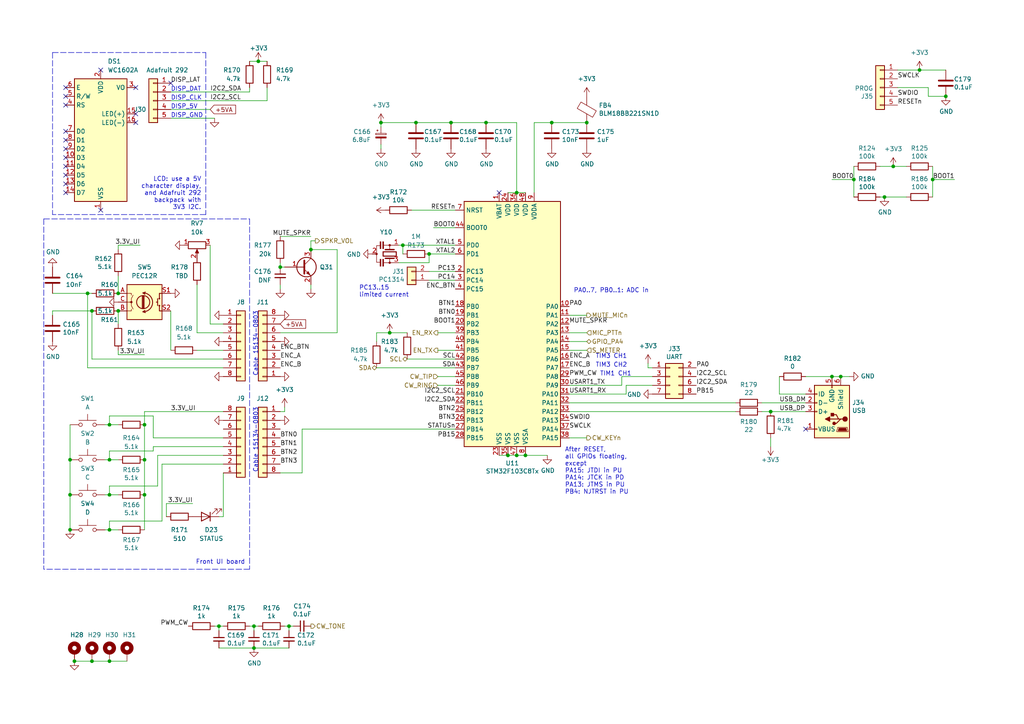
<source format=kicad_sch>
(kicad_sch (version 20211123) (generator eeschema)

  (uuid 5367a494-64b6-4f8c-adca-814c4b88525b)

  (paper "A4")

  (title_block
    (title "DART-70 TRX")
    (date "2023-02-08")
    (rev "0")
    (company "HB9EGM")
    (comment 1 "A 4m Band SSB/CW Transceiver")
    (comment 2 "User interface")
  )

  

  (junction (at 247.65 52.07) (diameter 0) (color 0 0 0 0)
    (uuid 0866ee23-d486-4d3a-a64d-98814c5ef163)
  )
  (junction (at 259.08 48.26) (diameter 0) (color 0 0 0 0)
    (uuid 0a368386-18d2-4ef6-8165-200b72a998f5)
  )
  (junction (at 31.75 153.67) (diameter 0) (color 0 0 0 0)
    (uuid 0f80f31f-72b7-4a12-98d4-1ab91816cb66)
  )
  (junction (at 34.29 85.09) (diameter 0) (color 0 0 0 0)
    (uuid 1276659c-ff14-4940-b214-e27c5bbbd628)
  )
  (junction (at 31.75 123.19) (diameter 0) (color 0 0 0 0)
    (uuid 1b4d93c0-b76c-47a2-869f-90d3a6551a1b)
  )
  (junction (at 26.67 90.17) (diameter 0) (color 0 0 0 0)
    (uuid 1d8e009c-7943-40d7-8021-ed1bc658a4c2)
  )
  (junction (at 223.52 119.38) (diameter 0) (color 0 0 0 0)
    (uuid 2a891096-042c-4004-b161-8bd2c0b59fd7)
  )
  (junction (at 266.7 20.32) (diameter 0) (color 0 0 0 0)
    (uuid 3a3e423a-0c3f-40d0-bc24-f2fd6c41cc34)
  )
  (junction (at 149.86 55.88) (diameter 0) (color 0 0 0 0)
    (uuid 3b398e0a-4c10-4dcc-aa1f-5dcd51a576d9)
  )
  (junction (at 20.32 143.51) (diameter 0) (color 0 0 0 0)
    (uuid 3e97b4b6-51fe-4831-8963-04e554d396f4)
  )
  (junction (at 243.84 109.22) (diameter 0) (color 0 0 0 0)
    (uuid 3f43b8cc-e232-4de4-a8bc-56a1a1c0a87a)
  )
  (junction (at 124.46 73.66) (diameter 0) (color 0 0 0 0)
    (uuid 418a0e9c-c95f-4d4a-a88f-ec13faf3303c)
  )
  (junction (at 31.75 133.35) (diameter 0) (color 0 0 0 0)
    (uuid 43b68646-b8ec-4be3-a413-276bb49b62bd)
  )
  (junction (at 130.81 35.56) (diameter 0) (color 0 0 0 0)
    (uuid 463e71c6-e035-4ed0-9a41-c3c9633f2c78)
  )
  (junction (at 90.17 72.39) (diameter 0) (color 0 0 0 0)
    (uuid 4aeb06a7-de87-4606-9e7f-a948ca11c315)
  )
  (junction (at 74.93 17.78) (diameter 0) (color 0 0 0 0)
    (uuid 506b584a-7a0c-4748-9a0a-fd2df4f10b53)
  )
  (junction (at 31.75 191.77) (diameter 0) (color 0 0 0 0)
    (uuid 59cde6dd-9dca-42cc-926a-90d90b278d0e)
  )
  (junction (at 20.32 133.35) (diameter 0) (color 0 0 0 0)
    (uuid 60f9aea0-5552-4cff-adfd-7e3333a6c431)
  )
  (junction (at 256.54 57.15) (diameter 0) (color 0 0 0 0)
    (uuid 6d4ae51e-8ca2-4932-9759-eaa3b5ce6b35)
  )
  (junction (at 149.86 132.08) (diameter 0) (color 0 0 0 0)
    (uuid 70b621b6-45b5-43cb-9683-d589118723d7)
  )
  (junction (at 147.32 132.08) (diameter 0) (color 0 0 0 0)
    (uuid 73e2a101-0bc0-414b-9aa7-7eeb8a3caef1)
  )
  (junction (at 120.65 35.56) (diameter 0) (color 0 0 0 0)
    (uuid 752fa345-d8be-4e99-aad1-e88671f99643)
  )
  (junction (at 160.02 35.56) (diameter 0) (color 0 0 0 0)
    (uuid 77b09fa1-fbbb-49ab-94c4-069660b694ff)
  )
  (junction (at 73.66 187.96) (diameter 0) (color 0 0 0 0)
    (uuid 782b86fa-ef9f-4c16-a991-b44a80f0f0c3)
  )
  (junction (at 110.49 35.56) (diameter 0) (color 0 0 0 0)
    (uuid 7a569be9-30d3-40a6-bcfb-48572e4d943e)
  )
  (junction (at 63.5 181.61) (diameter 0) (color 0 0 0 0)
    (uuid 7efaeda2-e767-44b9-adb2-3a0c3f4d2f1d)
  )
  (junction (at 25.4 85.09) (diameter 0) (color 0 0 0 0)
    (uuid 862cd780-bf4e-4e2e-bb26-0952d83f334b)
  )
  (junction (at 83.82 181.61) (diameter 0) (color 0 0 0 0)
    (uuid 8847e751-6992-4f80-92c5-c3bef4b5dbf6)
  )
  (junction (at 116.84 71.12) (diameter 0) (color 0 0 0 0)
    (uuid 8c497335-9f19-4d8f-81b9-d3f6e5560190)
  )
  (junction (at 241.3 109.22) (diameter 0) (color 0 0 0 0)
    (uuid 9801ccc8-5152-40bb-932d-67072f8cd8ad)
  )
  (junction (at 26.67 191.77) (diameter 0) (color 0 0 0 0)
    (uuid 98560b74-a1df-4f18-9056-9d04ee495b97)
  )
  (junction (at 140.97 35.56) (diameter 0) (color 0 0 0 0)
    (uuid 9cb0289b-897f-4a33-9575-6ead0989832a)
  )
  (junction (at 41.91 133.35) (diameter 0) (color 0 0 0 0)
    (uuid a306cb94-6ff0-43dc-b3ff-609bd041f651)
  )
  (junction (at 270.51 52.07) (diameter 0) (color 0 0 0 0)
    (uuid aa21b640-c66c-4373-8449-938440dd5f1c)
  )
  (junction (at 73.66 181.61) (diameter 0) (color 0 0 0 0)
    (uuid b2ecb88a-4c09-46d5-b24a-de38dbb48f75)
  )
  (junction (at 41.91 143.51) (diameter 0) (color 0 0 0 0)
    (uuid b47512f5-ddb1-4f6a-a01f-993a149ffa47)
  )
  (junction (at 152.4 132.08) (diameter 0) (color 0 0 0 0)
    (uuid b7e9cf10-b74e-4e80-a7f1-e33a29fe56de)
  )
  (junction (at 20.32 153.67) (diameter 0) (color 0 0 0 0)
    (uuid be9a62f2-23dd-41df-91a7-1f4ac377faf3)
  )
  (junction (at 81.28 77.47) (diameter 0) (color 0 0 0 0)
    (uuid c21d43cd-6a5c-49e4-8e47-27ce04de320c)
  )
  (junction (at 34.29 90.17) (diameter 0) (color 0 0 0 0)
    (uuid c2d3f10b-b9a2-4cb9-979d-644e3566b349)
  )
  (junction (at 21.59 191.77) (diameter 0) (color 0 0 0 0)
    (uuid c700ac3f-55c1-4328-ac50-f1d2cfb94ee9)
  )
  (junction (at 41.91 123.19) (diameter 0) (color 0 0 0 0)
    (uuid cc016ca4-b9a4-4d80-91ba-91d6e0df5bcc)
  )
  (junction (at 170.18 35.56) (diameter 0) (color 0 0 0 0)
    (uuid e1640c92-0a7b-4990-ae42-e9436c2a460d)
  )
  (junction (at 31.75 143.51) (diameter 0) (color 0 0 0 0)
    (uuid e4389c4e-c952-4182-9a64-3fb2a72a1786)
  )
  (junction (at 274.32 27.94) (diameter 0) (color 0 0 0 0)
    (uuid ed74c2b7-a3ac-4886-84f5-377b5e1bbbfc)
  )
  (junction (at 113.03 96.52) (diameter 0) (color 0 0 0 0)
    (uuid ff6d9fdb-84d0-4d1c-a636-19102cb32ce0)
  )

  (no_connect (at 19.05 30.48) (uuid 27a098aa-a54a-4603-8a04-fe8def00e684))
  (no_connect (at 19.05 25.4) (uuid 32b8b153-c903-4741-ad0e-f8d9602e50e4))
  (no_connect (at 39.37 33.02) (uuid 342988be-16c5-4d72-82f4-e65b4c5f0a23))
  (no_connect (at 233.68 124.46) (uuid 487ede9d-e4e2-47c1-b417-084ff862638c))
  (no_connect (at 19.05 45.72) (uuid 4f2980f5-7c43-4875-a7d2-8b8b265a1e46))
  (no_connect (at 19.05 40.64) (uuid 5187d1a9-67b2-40c1-a07c-4e0e8a38791d))
  (no_connect (at 39.37 35.56) (uuid 54760758-af89-4a41-a60d-e1b689c5006e))
  (no_connect (at 29.21 20.32) (uuid 5e0f13bf-804a-411e-8f5a-2678db83e4a0))
  (no_connect (at 19.05 38.1) (uuid 657b9520-f4f5-4bbd-96e9-e7037197e3d3))
  (no_connect (at 19.05 53.34) (uuid 68b3df11-6847-4453-820a-85d602ac575b))
  (no_connect (at 19.05 43.18) (uuid 7470b900-3f1e-497f-b369-8aad981a3392))
  (no_connect (at 29.21 60.96) (uuid 94d11b9d-6eb0-4385-9ae1-ddcc32221de4))
  (no_connect (at 19.05 48.26) (uuid 98bce542-8d71-44ac-8b06-d20ab5e9152b))
  (no_connect (at 19.05 55.88) (uuid 9a013d10-199f-4d04-bd4c-941faf08d324))
  (no_connect (at 144.78 55.88) (uuid b1a7eebe-6925-4250-9db7-8e9e0fa6cd98))
  (no_connect (at 19.05 27.94) (uuid cbf32607-4f05-4315-90ea-7b1ad43a34e7))
  (no_connect (at 49.53 24.13) (uuid d201603c-e100-4dec-85ec-f4b2f2d1beac))
  (no_connect (at 39.37 25.4) (uuid e52ceaab-2ff4-49eb-abf8-ad8d6eddfba5))
  (no_connect (at 19.05 50.8) (uuid e57a82f1-c1a2-475f-b5ba-dfeed83c5d9b))

  (wire (pts (xy 165.1 119.38) (xy 213.36 119.38))
    (stroke (width 0) (type default) (color 0 0 0 0))
    (uuid 006bc43b-d3a8-4a38-a8dc-5a24da3f9b4d)
  )
  (wire (pts (xy 49.53 26.67) (xy 72.39 26.67))
    (stroke (width 0) (type default) (color 0 0 0 0))
    (uuid 0172fa94-4b7c-4d5e-bde6-27bb171b91e9)
  )
  (wire (pts (xy 63.5 149.86) (xy 64.77 149.86))
    (stroke (width 0) (type default) (color 0 0 0 0))
    (uuid 01bec52d-63c5-49e5-955c-569d1162d97f)
  )
  (wire (pts (xy 34.29 71.12) (xy 40.64 71.12))
    (stroke (width 0) (type default) (color 0 0 0 0))
    (uuid 0242d9ef-e4f8-46fc-9a77-e91737006838)
  )
  (wire (pts (xy 60.96 71.12) (xy 60.96 93.98))
    (stroke (width 0) (type default) (color 0 0 0 0))
    (uuid 02f4b20d-c9a8-4969-8fae-b3557e58a4d5)
  )
  (wire (pts (xy 34.29 93.98) (xy 34.29 90.17))
    (stroke (width 0) (type default) (color 0 0 0 0))
    (uuid 035870a0-33fd-4542-9093-58d01a043d61)
  )
  (wire (pts (xy 119.38 60.96) (xy 132.08 60.96))
    (stroke (width 0) (type default) (color 0 0 0 0))
    (uuid 0454b0ed-4e94-46b1-9058-7210ddee62e4)
  )
  (wire (pts (xy 34.29 101.6) (xy 34.29 102.87))
    (stroke (width 0) (type default) (color 0 0 0 0))
    (uuid 075e8b22-aaf4-4757-89b3-6249642534f1)
  )
  (wire (pts (xy 170.18 127) (xy 165.1 127))
    (stroke (width 0) (type default) (color 0 0 0 0))
    (uuid 092bd70b-48e0-45b7-9940-021b2d382881)
  )
  (wire (pts (xy 44.45 120.65) (xy 31.75 120.65))
    (stroke (width 0) (type default) (color 0 0 0 0))
    (uuid 09f2736c-9021-4d8c-8548-ee1072a97795)
  )
  (wire (pts (xy 15.24 91.44) (xy 15.24 90.17))
    (stroke (width 0) (type default) (color 0 0 0 0))
    (uuid 1021e01a-7480-4604-9b82-a8d70899e83d)
  )
  (wire (pts (xy 34.29 133.35) (xy 31.75 133.35))
    (stroke (width 0) (type default) (color 0 0 0 0))
    (uuid 10acd6cf-9aa0-464b-9051-98ec9eb1cee0)
  )
  (wire (pts (xy 48.26 146.05) (xy 55.88 146.05))
    (stroke (width 0) (type default) (color 0 0 0 0))
    (uuid 11719fed-d88d-4530-9c26-831b28b31b78)
  )
  (wire (pts (xy 64.77 132.08) (xy 45.72 132.08))
    (stroke (width 0) (type default) (color 0 0 0 0))
    (uuid 117ea635-ba04-4738-95f8-db64471b3c10)
  )
  (wire (pts (xy 165.1 116.84) (xy 213.36 116.84))
    (stroke (width 0) (type default) (color 0 0 0 0))
    (uuid 11b49d13-b047-4242-be65-9a9b1c80ec58)
  )
  (wire (pts (xy 127 101.6) (xy 132.08 101.6))
    (stroke (width 0) (type default) (color 0 0 0 0))
    (uuid 1627b889-41c1-4638-81bb-2059620a165d)
  )
  (wire (pts (xy 127 111.76) (xy 132.08 111.76))
    (stroke (width 0) (type default) (color 0 0 0 0))
    (uuid 166aacf9-9169-4bbe-a203-0c1180fa7c79)
  )
  (wire (pts (xy 266.7 20.32) (xy 274.32 20.32))
    (stroke (width 0) (type default) (color 0 0 0 0))
    (uuid 183d445a-de65-4a66-9059-9ba25be6a94a)
  )
  (wire (pts (xy 21.59 191.77) (xy 26.67 191.77))
    (stroke (width 0) (type default) (color 0 0 0 0))
    (uuid 1998e0d6-130d-4ba8-96ae-888a1f6e3081)
  )
  (wire (pts (xy 110.49 41.91) (xy 110.49 43.18))
    (stroke (width 0) (type default) (color 0 0 0 0))
    (uuid 1a795a6f-1bc6-41fb-82d7-5ae528094d84)
  )
  (wire (pts (xy 270.51 52.07) (xy 276.86 52.07))
    (stroke (width 0) (type default) (color 0 0 0 0))
    (uuid 1aa1dab1-f1aa-419d-8e2b-8cd33b1239aa)
  )
  (wire (pts (xy 90.17 69.85) (xy 91.44 69.85))
    (stroke (width 0) (type default) (color 0 0 0 0))
    (uuid 1d79b872-4247-447b-8107-559d53ddd5a5)
  )
  (wire (pts (xy 130.81 35.56) (xy 140.97 35.56))
    (stroke (width 0) (type default) (color 0 0 0 0))
    (uuid 2330a65f-a667-4564-b2ea-fd267508069a)
  )
  (wire (pts (xy 260.35 20.32) (xy 266.7 20.32))
    (stroke (width 0) (type default) (color 0 0 0 0))
    (uuid 23425199-2ac8-404e-b295-8bb0276f526e)
  )
  (wire (pts (xy 189.23 111.76) (xy 181.61 111.76))
    (stroke (width 0) (type default) (color 0 0 0 0))
    (uuid 238ce6dc-0557-409a-ab04-93448fccaac4)
  )
  (wire (pts (xy 160.02 35.56) (xy 154.94 35.56))
    (stroke (width 0) (type default) (color 0 0 0 0))
    (uuid 23d269d6-d694-442a-bf5d-98bf3544fc31)
  )
  (wire (pts (xy 269.24 25.4) (xy 269.24 27.94))
    (stroke (width 0) (type default) (color 0 0 0 0))
    (uuid 2480dd87-1dff-4a50-81a2-52ef161ac45c)
  )
  (wire (pts (xy 259.08 48.26) (xy 262.89 48.26))
    (stroke (width 0) (type default) (color 0 0 0 0))
    (uuid 24884ea9-449f-44bf-b800-4ed7c93ce21e)
  )
  (wire (pts (xy 63.5 181.61) (xy 63.5 182.88))
    (stroke (width 0) (type default) (color 0 0 0 0))
    (uuid 251435cb-df17-46ab-aac4-3d24ccac8db0)
  )
  (wire (pts (xy 109.22 106.68) (xy 132.08 106.68))
    (stroke (width 0) (type default) (color 0 0 0 0))
    (uuid 25892d42-97fc-44a1-b3ba-aeb16f99fc18)
  )
  (wire (pts (xy 223.52 119.38) (xy 233.68 119.38))
    (stroke (width 0) (type default) (color 0 0 0 0))
    (uuid 25ada721-670a-4020-ae0b-77410c4e375a)
  )
  (polyline (pts (xy 12.7 63.5) (xy 12.7 165.1))
    (stroke (width 0) (type default) (color 0 0 0 0))
    (uuid 2713b852-bf79-44b8-86d7-5e0782348c75)
  )

  (wire (pts (xy 34.29 123.19) (xy 31.75 123.19))
    (stroke (width 0) (type default) (color 0 0 0 0))
    (uuid 2965eaa9-5c83-4078-a673-05e36103f2d1)
  )
  (wire (pts (xy 26.67 104.14) (xy 64.77 104.14))
    (stroke (width 0) (type default) (color 0 0 0 0))
    (uuid 2b7ff33a-ec1c-46d5-8b84-ce602b213971)
  )
  (wire (pts (xy 127 109.22) (xy 132.08 109.22))
    (stroke (width 0) (type default) (color 0 0 0 0))
    (uuid 2bd08fdd-e559-4112-af36-bdef9848d0a6)
  )
  (wire (pts (xy 81.28 96.52) (xy 97.79 96.52))
    (stroke (width 0) (type default) (color 0 0 0 0))
    (uuid 2c6ad630-243d-427a-a5cf-bdab2e7e3ca0)
  )
  (wire (pts (xy 64.77 134.62) (xy 46.99 134.62))
    (stroke (width 0) (type default) (color 0 0 0 0))
    (uuid 2e004af1-24c2-4d3f-9cdf-8ffccd65096d)
  )
  (wire (pts (xy 57.15 82.55) (xy 57.15 96.52))
    (stroke (width 0) (type default) (color 0 0 0 0))
    (uuid 34bc620a-9d77-48b4-909a-ab4e80c66d2f)
  )
  (polyline (pts (xy 59.69 15.24) (xy 59.69 62.23))
    (stroke (width 0) (type default) (color 0 0 0 0))
    (uuid 36dbbb14-ed77-4633-af35-90660d2143f3)
  )

  (wire (pts (xy 120.65 35.56) (xy 130.81 35.56))
    (stroke (width 0) (type default) (color 0 0 0 0))
    (uuid 37e843e9-2538-4a91-9a9b-f536fa0a9e84)
  )
  (wire (pts (xy 64.77 127) (xy 44.45 127))
    (stroke (width 0) (type default) (color 0 0 0 0))
    (uuid 38d4be64-e2ca-4c77-8402-c0bcde2a8985)
  )
  (wire (pts (xy 247.65 52.07) (xy 247.65 57.15))
    (stroke (width 0) (type default) (color 0 0 0 0))
    (uuid 39fc171f-22e1-4125-a6fb-074be0f89972)
  )
  (wire (pts (xy 110.49 35.56) (xy 120.65 35.56))
    (stroke (width 0) (type default) (color 0 0 0 0))
    (uuid 3a013e8f-5b12-499b-8d2d-0ad49966db1a)
  )
  (wire (pts (xy 83.82 182.88) (xy 83.82 181.61))
    (stroke (width 0) (type default) (color 0 0 0 0))
    (uuid 3d927ca0-f4ad-42ab-b902-dfef8d84eebb)
  )
  (wire (pts (xy 270.51 52.07) (xy 270.51 57.15))
    (stroke (width 0) (type default) (color 0 0 0 0))
    (uuid 3ecb97a2-d71c-4514-8aef-66aafaac321d)
  )
  (wire (pts (xy 31.75 151.13) (xy 31.75 153.67))
    (stroke (width 0) (type default) (color 0 0 0 0))
    (uuid 3ecfdc85-ccb3-4449-a7de-24b5b9ff8623)
  )
  (wire (pts (xy 73.66 187.96) (xy 83.82 187.96))
    (stroke (width 0) (type default) (color 0 0 0 0))
    (uuid 3fc3a397-ec3a-4314-aa6a-44925ef4cbbe)
  )
  (polyline (pts (xy 15.24 15.24) (xy 59.69 15.24))
    (stroke (width 0) (type default) (color 0 0 0 0))
    (uuid 437ebe18-8f4c-4d60-9ade-e76424d17726)
  )

  (wire (pts (xy 83.82 181.61) (xy 85.09 181.61))
    (stroke (width 0) (type default) (color 0 0 0 0))
    (uuid 4736f749-4a0e-4a05-b1aa-d51f1c3fc23d)
  )
  (wire (pts (xy 160.02 35.56) (xy 170.18 35.56))
    (stroke (width 0) (type default) (color 0 0 0 0))
    (uuid 4829bee0-faa8-43f7-b2d7-8a6e5d1b3050)
  )
  (wire (pts (xy 34.29 80.01) (xy 34.29 85.09))
    (stroke (width 0) (type default) (color 0 0 0 0))
    (uuid 487cb37f-32e1-4fcc-b649-1ddd891984c5)
  )
  (wire (pts (xy 34.29 72.39) (xy 34.29 71.12))
    (stroke (width 0) (type default) (color 0 0 0 0))
    (uuid 4ac2ebce-bb4e-40ee-8aab-660b525d546b)
  )
  (wire (pts (xy 124.46 78.74) (xy 132.08 78.74))
    (stroke (width 0) (type default) (color 0 0 0 0))
    (uuid 4cd135a5-fdd1-4851-864a-dadf7c96d9ff)
  )
  (wire (pts (xy 20.32 123.19) (xy 20.32 133.35))
    (stroke (width 0) (type default) (color 0 0 0 0))
    (uuid 4d43e674-c1c0-4e11-b129-01108db367aa)
  )
  (wire (pts (xy 260.35 25.4) (xy 269.24 25.4))
    (stroke (width 0) (type default) (color 0 0 0 0))
    (uuid 4f69bb40-cbf2-45c5-8c23-3e0667e1f6c1)
  )
  (wire (pts (xy 165.1 114.3) (xy 181.61 114.3))
    (stroke (width 0) (type default) (color 0 0 0 0))
    (uuid 500298f6-b9ed-4e53-bde6-024545f1a90a)
  )
  (wire (pts (xy 44.45 129.54) (xy 44.45 130.81))
    (stroke (width 0) (type default) (color 0 0 0 0))
    (uuid 5340b604-f44f-4b11-a6bf-532ca4d65b6f)
  )
  (wire (pts (xy 165.1 99.06) (xy 170.18 99.06))
    (stroke (width 0) (type default) (color 0 0 0 0))
    (uuid 53b642b8-d876-4cba-97a5-d4c9c528a2c5)
  )
  (wire (pts (xy 74.93 17.78) (xy 72.39 17.78))
    (stroke (width 0) (type default) (color 0 0 0 0))
    (uuid 5650bed6-fa0f-4e0e-bc2c-475445b4cde8)
  )
  (wire (pts (xy 64.77 101.6) (xy 57.15 101.6))
    (stroke (width 0) (type default) (color 0 0 0 0))
    (uuid 58839379-e082-4fb4-906e-c6877a462c18)
  )
  (wire (pts (xy 34.29 143.51) (xy 31.75 143.51))
    (stroke (width 0) (type default) (color 0 0 0 0))
    (uuid 595e8034-8a59-4a5c-b366-f8604d8aa4da)
  )
  (wire (pts (xy 247.65 48.26) (xy 247.65 52.07))
    (stroke (width 0) (type default) (color 0 0 0 0))
    (uuid 5af71f61-4c88-4f07-8375-dac3a2ef186d)
  )
  (wire (pts (xy 110.49 35.56) (xy 110.49 36.83))
    (stroke (width 0) (type default) (color 0 0 0 0))
    (uuid 5e8f43a4-e869-473e-b093-0ec79ea19580)
  )
  (wire (pts (xy 226.06 114.3) (xy 233.68 114.3))
    (stroke (width 0) (type default) (color 0 0 0 0))
    (uuid 5f48357f-c353-4808-811f-74ed7ffaa7c6)
  )
  (wire (pts (xy 269.24 27.94) (xy 274.32 27.94))
    (stroke (width 0) (type default) (color 0 0 0 0))
    (uuid 61b6f2c4-b226-47d6-bbd8-9d67fcaf35c3)
  )
  (wire (pts (xy 256.54 57.15) (xy 262.89 57.15))
    (stroke (width 0) (type default) (color 0 0 0 0))
    (uuid 61e795c9-5bb5-48b3-b7a0-cb64f04c7adc)
  )
  (wire (pts (xy 49.53 101.6) (xy 49.53 90.17))
    (stroke (width 0) (type default) (color 0 0 0 0))
    (uuid 62bb59d5-9173-4472-8052-d1f9b5eb8ddd)
  )
  (wire (pts (xy 48.26 146.05) (xy 48.26 149.86))
    (stroke (width 0) (type default) (color 0 0 0 0))
    (uuid 653c064d-2952-4357-b6d2-6994eafa06e3)
  )
  (wire (pts (xy 34.29 153.67) (xy 31.75 153.67))
    (stroke (width 0) (type default) (color 0 0 0 0))
    (uuid 66d98295-60ac-4b7d-a181-3284b2b387bc)
  )
  (wire (pts (xy 124.46 76.2) (xy 124.46 73.66))
    (stroke (width 0) (type default) (color 0 0 0 0))
    (uuid 677a1070-c11b-49a9-8186-12e0a3e880b1)
  )
  (wire (pts (xy 77.47 29.21) (xy 77.47 25.4))
    (stroke (width 0) (type default) (color 0 0 0 0))
    (uuid 679e5b0e-a017-43d8-8845-79a886253d82)
  )
  (wire (pts (xy 26.67 191.77) (xy 31.75 191.77))
    (stroke (width 0) (type default) (color 0 0 0 0))
    (uuid 67a7995e-8784-42ca-a88d-2917f425f1b7)
  )
  (polyline (pts (xy 15.24 15.24) (xy 15.24 62.23))
    (stroke (width 0) (type default) (color 0 0 0 0))
    (uuid 6c1a4ff4-84d5-4723-9271-598658bada11)
  )

  (wire (pts (xy 165.1 111.76) (xy 180.34 111.76))
    (stroke (width 0) (type default) (color 0 0 0 0))
    (uuid 6f75ea3e-6135-44f5-9313-1aad839ab6f6)
  )
  (wire (pts (xy 31.75 153.67) (xy 30.48 153.67))
    (stroke (width 0) (type default) (color 0 0 0 0))
    (uuid 7015e2a0-a2e3-4f1d-a3b4-6e3232db9600)
  )
  (wire (pts (xy 74.93 17.78) (xy 77.47 17.78))
    (stroke (width 0) (type default) (color 0 0 0 0))
    (uuid 70fbc14f-75ce-4a72-aeed-887f01f7e9b7)
  )
  (wire (pts (xy 62.23 181.61) (xy 63.5 181.61))
    (stroke (width 0) (type default) (color 0 0 0 0))
    (uuid 742f6656-c86d-41c0-937e-ef6ded3bd482)
  )
  (wire (pts (xy 82.55 119.38) (xy 81.28 119.38))
    (stroke (width 0) (type default) (color 0 0 0 0))
    (uuid 759cc877-c951-4232-8801-84944e2711e0)
  )
  (wire (pts (xy 223.52 119.38) (xy 220.98 119.38))
    (stroke (width 0) (type default) (color 0 0 0 0))
    (uuid 771145ed-2e00-4172-ac95-37a36c6a35ce)
  )
  (wire (pts (xy 31.75 143.51) (xy 30.48 143.51))
    (stroke (width 0) (type default) (color 0 0 0 0))
    (uuid 79e9b764-7934-4c55-bbe2-66da90857ed4)
  )
  (wire (pts (xy 140.97 35.56) (xy 149.86 35.56))
    (stroke (width 0) (type default) (color 0 0 0 0))
    (uuid 7c1fd6fc-5c53-4ccb-a456-46fe6fc0bc71)
  )
  (wire (pts (xy 34.29 102.87) (xy 41.91 102.87))
    (stroke (width 0) (type default) (color 0 0 0 0))
    (uuid 7d0bbe80-0957-4d01-9233-f16ef102a13b)
  )
  (wire (pts (xy 82.55 181.61) (xy 83.82 181.61))
    (stroke (width 0) (type default) (color 0 0 0 0))
    (uuid 7d512d14-3ca4-4934-b506-eb07d268c7dc)
  )
  (wire (pts (xy 255.27 48.26) (xy 259.08 48.26))
    (stroke (width 0) (type default) (color 0 0 0 0))
    (uuid 7dd55760-37b2-4d89-b4f0-9a6e2271c608)
  )
  (wire (pts (xy 49.53 31.75) (xy 60.96 31.75))
    (stroke (width 0) (type default) (color 0 0 0 0))
    (uuid 7dea5b06-9728-4946-ac18-76df3b51d33b)
  )
  (wire (pts (xy 147.32 132.08) (xy 144.78 132.08))
    (stroke (width 0) (type default) (color 0 0 0 0))
    (uuid 7f2c9904-545b-4337-acd6-8707e0924818)
  )
  (wire (pts (xy 31.75 120.65) (xy 31.75 123.19))
    (stroke (width 0) (type default) (color 0 0 0 0))
    (uuid 7f70a162-654d-4a57-bc5d-a31cdfbe16ab)
  )
  (wire (pts (xy 243.84 109.22) (xy 241.3 109.22))
    (stroke (width 0) (type default) (color 0 0 0 0))
    (uuid 7fa098fb-b644-4e64-920e-8328b5d12f21)
  )
  (wire (pts (xy 270.51 48.26) (xy 270.51 52.07))
    (stroke (width 0) (type default) (color 0 0 0 0))
    (uuid 81d49193-5849-4589-9095-80c5e3a0c2bb)
  )
  (wire (pts (xy 41.91 133.35) (xy 41.91 123.19))
    (stroke (width 0) (type default) (color 0 0 0 0))
    (uuid 83b77b4d-dcc2-4e93-a5f3-1d1480646393)
  )
  (wire (pts (xy 82.55 118.11) (xy 82.55 119.38))
    (stroke (width 0) (type default) (color 0 0 0 0))
    (uuid 8531137a-1a8b-4272-8a2a-21ebe15116a8)
  )
  (wire (pts (xy 255.27 57.15) (xy 256.54 57.15))
    (stroke (width 0) (type default) (color 0 0 0 0))
    (uuid 875404be-e359-458a-af29-1bd3403dd55f)
  )
  (wire (pts (xy 170.18 96.52) (xy 165.1 96.52))
    (stroke (width 0) (type default) (color 0 0 0 0))
    (uuid 8916cfb5-5541-43a9-8e0e-951b776d485c)
  )
  (wire (pts (xy 90.17 69.85) (xy 90.17 72.39))
    (stroke (width 0) (type default) (color 0 0 0 0))
    (uuid 8c018d47-5ab9-4aea-a37a-71038b398265)
  )
  (wire (pts (xy 64.77 129.54) (xy 44.45 129.54))
    (stroke (width 0) (type default) (color 0 0 0 0))
    (uuid 8cad3c76-9d14-47b0-af16-b1d45fb7e210)
  )
  (wire (pts (xy 25.4 85.09) (xy 25.4 106.68))
    (stroke (width 0) (type default) (color 0 0 0 0))
    (uuid 8cc76f91-ded4-40ee-b697-880b3a291e2e)
  )
  (wire (pts (xy 20.32 143.51) (xy 20.32 153.67))
    (stroke (width 0) (type default) (color 0 0 0 0))
    (uuid 8d760ab7-cb5d-426a-b4aa-fb7e0964cb41)
  )
  (wire (pts (xy 113.03 96.52) (xy 118.11 96.52))
    (stroke (width 0) (type default) (color 0 0 0 0))
    (uuid 8eee2ea4-1445-45c5-abf0-47f99f0cf976)
  )
  (wire (pts (xy 73.66 181.61) (xy 74.93 181.61))
    (stroke (width 0) (type default) (color 0 0 0 0))
    (uuid 9004cee7-358e-4c08-9d64-a05f28a4e7b6)
  )
  (wire (pts (xy 15.24 85.09) (xy 25.4 85.09))
    (stroke (width 0) (type default) (color 0 0 0 0))
    (uuid 901dc96c-698d-427d-880a-ee46536a481f)
  )
  (wire (pts (xy 81.28 77.47) (xy 82.55 77.47))
    (stroke (width 0) (type default) (color 0 0 0 0))
    (uuid 91b93633-9d4a-4170-b7ca-34e2d5aedb1e)
  )
  (wire (pts (xy 124.46 73.66) (xy 132.08 73.66))
    (stroke (width 0) (type default) (color 0 0 0 0))
    (uuid 92cf4db4-2dba-4763-9cd8-3c7f8aff8f24)
  )
  (wire (pts (xy 124.46 76.2) (xy 115.57 76.2))
    (stroke (width 0) (type default) (color 0 0 0 0))
    (uuid 93b580d1-c2df-48c4-9d06-465ca9d3eebc)
  )
  (wire (pts (xy 31.75 130.81) (xy 31.75 133.35))
    (stroke (width 0) (type default) (color 0 0 0 0))
    (uuid 93da3a85-5fda-48d7-be90-2ac97d347c10)
  )
  (wire (pts (xy 31.75 133.35) (xy 30.48 133.35))
    (stroke (width 0) (type default) (color 0 0 0 0))
    (uuid 9a54de37-9a36-4361-8f2a-998faf1c0711)
  )
  (wire (pts (xy 87.63 124.46) (xy 132.08 124.46))
    (stroke (width 0) (type default) (color 0 0 0 0))
    (uuid 9c00f763-4387-4dca-9d2a-687600fcbd31)
  )
  (wire (pts (xy 220.98 116.84) (xy 233.68 116.84))
    (stroke (width 0) (type default) (color 0 0 0 0))
    (uuid 9f7324c5-50a2-442c-8a80-edf04aa2b2ac)
  )
  (wire (pts (xy 26.67 90.17) (xy 26.67 104.14))
    (stroke (width 0) (type default) (color 0 0 0 0))
    (uuid a17a454c-d5db-41e2-aad7-bb23416d3abb)
  )
  (wire (pts (xy 149.86 55.88) (xy 147.32 55.88))
    (stroke (width 0) (type default) (color 0 0 0 0))
    (uuid a32fe8ab-5810-40f6-8eab-48332c0ee5a0)
  )
  (wire (pts (xy 81.28 83.82) (xy 81.28 82.55))
    (stroke (width 0) (type default) (color 0 0 0 0))
    (uuid a6772870-a42e-49f8-bd4d-a35118c5fb87)
  )
  (wire (pts (xy 31.75 123.19) (xy 30.48 123.19))
    (stroke (width 0) (type default) (color 0 0 0 0))
    (uuid a8ec01c3-5395-47fc-8245-52f53884ef0c)
  )
  (wire (pts (xy 124.46 81.28) (xy 132.08 81.28))
    (stroke (width 0) (type default) (color 0 0 0 0))
    (uuid ab5db7e5-9de7-449f-b70b-9d0dd610b10b)
  )
  (wire (pts (xy 116.84 73.66) (xy 116.84 71.12))
    (stroke (width 0) (type default) (color 0 0 0 0))
    (uuid ac5a5c45-797a-4bbe-bfd5-5ce5a8aa3463)
  )
  (wire (pts (xy 109.22 99.06) (xy 109.22 96.52))
    (stroke (width 0) (type default) (color 0 0 0 0))
    (uuid acc086a0-e4a1-477e-a665-53709bdb472e)
  )
  (wire (pts (xy 81.28 76.2) (xy 81.28 77.47))
    (stroke (width 0) (type default) (color 0 0 0 0))
    (uuid ae0da676-b905-4af3-8d1e-af49105ca29d)
  )
  (wire (pts (xy 46.99 151.13) (xy 31.75 151.13))
    (stroke (width 0) (type default) (color 0 0 0 0))
    (uuid ae15e328-ecca-4103-8937-cab586d25863)
  )
  (wire (pts (xy 187.96 106.68) (xy 187.96 105.41))
    (stroke (width 0) (type default) (color 0 0 0 0))
    (uuid b02e051f-3ad1-4d09-a486-11f02dd3200d)
  )
  (wire (pts (xy 152.4 132.08) (xy 149.86 132.08))
    (stroke (width 0) (type default) (color 0 0 0 0))
    (uuid b05af61d-3c1d-44cf-aea2-61fd169c9d1a)
  )
  (wire (pts (xy 31.75 191.77) (xy 36.83 191.77))
    (stroke (width 0) (type default) (color 0 0 0 0))
    (uuid b28ba5b1-54d9-4597-94a4-3b5c7b5bab1e)
  )
  (wire (pts (xy 149.86 35.56) (xy 149.86 55.88))
    (stroke (width 0) (type default) (color 0 0 0 0))
    (uuid b3eebb03-af8c-48e8-a7d9-5ec3741206fa)
  )
  (polyline (pts (xy 72.39 63.5) (xy 72.39 165.1))
    (stroke (width 0) (type default) (color 0 0 0 0))
    (uuid b7352d31-f539-445c-ba3f-fbc1562b3d46)
  )

  (wire (pts (xy 181.61 111.76) (xy 181.61 114.3))
    (stroke (width 0) (type default) (color 0 0 0 0))
    (uuid b9fce689-53c2-4275-98d8-2c8da9bd740a)
  )
  (wire (pts (xy 116.84 71.12) (xy 115.57 71.12))
    (stroke (width 0) (type default) (color 0 0 0 0))
    (uuid ba80136a-34d0-4a97-a9c9-c43ab3f7be6e)
  )
  (wire (pts (xy 97.79 96.52) (xy 97.79 72.39))
    (stroke (width 0) (type default) (color 0 0 0 0))
    (uuid baa5fb47-0080-48ce-a6eb-0a22f840580d)
  )
  (wire (pts (xy 152.4 55.88) (xy 149.86 55.88))
    (stroke (width 0) (type default) (color 0 0 0 0))
    (uuid bade9875-e59b-4d52-b529-c48d7c265fc4)
  )
  (wire (pts (xy 81.28 137.16) (xy 87.63 137.16))
    (stroke (width 0) (type default) (color 0 0 0 0))
    (uuid bb740424-d759-4423-b2a5-0258d69ff2b8)
  )
  (wire (pts (xy 49.53 29.21) (xy 77.47 29.21))
    (stroke (width 0) (type default) (color 0 0 0 0))
    (uuid bc913ca4-9065-43d2-9d7f-c7073d14811d)
  )
  (wire (pts (xy 170.18 101.6) (xy 165.1 101.6))
    (stroke (width 0) (type default) (color 0 0 0 0))
    (uuid bcb9de97-da39-48c2-ba62-52171a3a19f8)
  )
  (wire (pts (xy 64.77 93.98) (xy 60.96 93.98))
    (stroke (width 0) (type default) (color 0 0 0 0))
    (uuid bcc6231b-fada-4e7b-994f-501a10edaac4)
  )
  (wire (pts (xy 118.11 104.14) (xy 132.08 104.14))
    (stroke (width 0) (type default) (color 0 0 0 0))
    (uuid bd09b87f-3171-467c-9c1b-9b264cb5811f)
  )
  (wire (pts (xy 45.72 132.08) (xy 45.72 140.97))
    (stroke (width 0) (type default) (color 0 0 0 0))
    (uuid bdc362f0-8353-4b85-a2e5-77a124b70e3e)
  )
  (wire (pts (xy 90.17 83.82) (xy 90.17 82.55))
    (stroke (width 0) (type default) (color 0 0 0 0))
    (uuid be3969cd-6eb6-46db-b717-5a91b206baa1)
  )
  (wire (pts (xy 46.99 134.62) (xy 46.99 151.13))
    (stroke (width 0) (type default) (color 0 0 0 0))
    (uuid bff5a479-d653-4ef3-9142-cd1c60af5e4c)
  )
  (wire (pts (xy 87.63 137.16) (xy 87.63 124.46))
    (stroke (width 0) (type default) (color 0 0 0 0))
    (uuid c11bad5b-a36f-48f7-a423-b6938509b64c)
  )
  (wire (pts (xy 25.4 85.09) (xy 26.67 85.09))
    (stroke (width 0) (type default) (color 0 0 0 0))
    (uuid c3bf758f-2f4a-44b5-89bd-399138aded84)
  )
  (wire (pts (xy 109.22 96.52) (xy 113.03 96.52))
    (stroke (width 0) (type default) (color 0 0 0 0))
    (uuid c4f64510-07d5-4ae3-902b-5d0e59c44376)
  )
  (wire (pts (xy 180.34 109.22) (xy 189.23 109.22))
    (stroke (width 0) (type default) (color 0 0 0 0))
    (uuid ca0eab8e-e3fd-464d-bb03-d1603b8a651b)
  )
  (wire (pts (xy 72.39 26.67) (xy 72.39 25.4))
    (stroke (width 0) (type default) (color 0 0 0 0))
    (uuid cf02db11-2ff8-4f79-b3e9-9802575ab786)
  )
  (polyline (pts (xy 72.39 165.1) (xy 12.7 165.1))
    (stroke (width 0) (type default) (color 0 0 0 0))
    (uuid d1139c2e-c886-424c-a875-a1901610c4d7)
  )

  (wire (pts (xy 154.94 35.56) (xy 154.94 55.88))
    (stroke (width 0) (type default) (color 0 0 0 0))
    (uuid d1ea7795-8403-4edb-b959-1b29f77ed16f)
  )
  (wire (pts (xy 26.67 90.17) (xy 15.24 90.17))
    (stroke (width 0) (type default) (color 0 0 0 0))
    (uuid d4d81f67-fac4-4771-8b7d-f2089683330d)
  )
  (wire (pts (xy 73.66 182.88) (xy 73.66 181.61))
    (stroke (width 0) (type default) (color 0 0 0 0))
    (uuid d8ebdeb0-2bbd-4a1b-a259-f95c97f44cbe)
  )
  (wire (pts (xy 72.39 181.61) (xy 73.66 181.61))
    (stroke (width 0) (type default) (color 0 0 0 0))
    (uuid dacfc6b2-f197-4446-86ee-d141533404be)
  )
  (wire (pts (xy 97.79 72.39) (xy 90.17 72.39))
    (stroke (width 0) (type default) (color 0 0 0 0))
    (uuid db2d81f3-23da-41d4-9b62-2e8fe838cf89)
  )
  (wire (pts (xy 246.38 109.22) (xy 243.84 109.22))
    (stroke (width 0) (type default) (color 0 0 0 0))
    (uuid dba4ad5b-8704-4fc8-9247-b9c4709cf1cf)
  )
  (wire (pts (xy 49.53 34.29) (xy 62.23 34.29))
    (stroke (width 0) (type default) (color 0 0 0 0))
    (uuid dc2567a8-f67d-423b-a6b0-f3bf10022eef)
  )
  (wire (pts (xy 132.08 71.12) (xy 116.84 71.12))
    (stroke (width 0) (type default) (color 0 0 0 0))
    (uuid dcbc5a2e-2561-4663-8736-09acc9fe0209)
  )
  (wire (pts (xy 63.5 187.96) (xy 73.66 187.96))
    (stroke (width 0) (type default) (color 0 0 0 0))
    (uuid ddcf9a83-0126-4df6-88fa-3363d508d3a6)
  )
  (wire (pts (xy 189.23 106.68) (xy 187.96 106.68))
    (stroke (width 0) (type default) (color 0 0 0 0))
    (uuid deadb616-b4aa-444c-a56e-5704f773e34d)
  )
  (wire (pts (xy 45.72 140.97) (xy 31.75 140.97))
    (stroke (width 0) (type default) (color 0 0 0 0))
    (uuid dece3cbd-7376-4a8b-8f30-175b2548ec21)
  )
  (wire (pts (xy 44.45 130.81) (xy 31.75 130.81))
    (stroke (width 0) (type default) (color 0 0 0 0))
    (uuid df1810e4-d2b1-4c4a-a469-1d3279013048)
  )
  (polyline (pts (xy 12.7 63.5) (xy 72.39 63.5))
    (stroke (width 0) (type default) (color 0 0 0 0))
    (uuid e1153486-162b-4507-b81c-3c8ab418a121)
  )

  (wire (pts (xy 158.75 132.08) (xy 152.4 132.08))
    (stroke (width 0) (type default) (color 0 0 0 0))
    (uuid e382fedc-c868-44fd-9740-47cc05b15c1c)
  )
  (wire (pts (xy 170.18 91.44) (xy 165.1 91.44))
    (stroke (width 0) (type default) (color 0 0 0 0))
    (uuid e4a40ea1-de8c-4913-8d95-0a86c0054fcc)
  )
  (wire (pts (xy 226.06 109.22) (xy 226.06 114.3))
    (stroke (width 0) (type default) (color 0 0 0 0))
    (uuid e584287a-6232-40cf-a082-8dea5986b945)
  )
  (wire (pts (xy 63.5 181.61) (xy 64.77 181.61))
    (stroke (width 0) (type default) (color 0 0 0 0))
    (uuid e68fac9b-3de3-4acb-9bb0-3dee3685df22)
  )
  (wire (pts (xy 180.34 111.76) (xy 180.34 109.22))
    (stroke (width 0) (type default) (color 0 0 0 0))
    (uuid e7130644-c4ae-4f9d-997d-5b4fa9d09578)
  )
  (wire (pts (xy 127 96.52) (xy 132.08 96.52))
    (stroke (width 0) (type default) (color 0 0 0 0))
    (uuid e719e133-06c8-48a5-8b34-3a33eec285a2)
  )
  (polyline (pts (xy 59.69 62.23) (xy 15.24 62.23))
    (stroke (width 0) (type default) (color 0 0 0 0))
    (uuid e8e850c4-7708-4bbf-84e9-a768c6d278e3)
  )

  (wire (pts (xy 223.52 129.54) (xy 223.52 127))
    (stroke (width 0) (type default) (color 0 0 0 0))
    (uuid e96fb2f4-eacc-40ed-bf61-c56b99b120c0)
  )
  (wire (pts (xy 44.45 127) (xy 44.45 120.65))
    (stroke (width 0) (type default) (color 0 0 0 0))
    (uuid e9b295a5-cdeb-4da6-bdd9-19728b2c98e4)
  )
  (wire (pts (xy 90.17 68.58) (xy 81.28 68.58))
    (stroke (width 0) (type default) (color 0 0 0 0))
    (uuid eaa232ae-0357-4d6f-87b8-c4745ba4beae)
  )
  (wire (pts (xy 64.77 149.86) (xy 64.77 137.16))
    (stroke (width 0) (type default) (color 0 0 0 0))
    (uuid eb0a63f4-b906-442b-93ec-ffece07fdfe0)
  )
  (wire (pts (xy 41.91 153.67) (xy 41.91 143.51))
    (stroke (width 0) (type default) (color 0 0 0 0))
    (uuid eb5c3818-51cd-4092-a6a2-1d306912382e)
  )
  (wire (pts (xy 125.73 66.04) (xy 132.08 66.04))
    (stroke (width 0) (type default) (color 0 0 0 0))
    (uuid ed265626-f6f5-4029-beb9-f6ad275e86b5)
  )
  (wire (pts (xy 41.91 143.51) (xy 41.91 133.35))
    (stroke (width 0) (type default) (color 0 0 0 0))
    (uuid ee955228-8cba-41df-9590-142549e57cef)
  )
  (wire (pts (xy 25.4 106.68) (xy 64.77 106.68))
    (stroke (width 0) (type default) (color 0 0 0 0))
    (uuid f0f2fa4c-2880-427e-a24f-022d6c3aded4)
  )
  (wire (pts (xy 41.91 119.38) (xy 64.77 119.38))
    (stroke (width 0) (type default) (color 0 0 0 0))
    (uuid f195bef5-4865-4edb-b1c1-1159dcbcf864)
  )
  (wire (pts (xy 31.75 140.97) (xy 31.75 143.51))
    (stroke (width 0) (type default) (color 0 0 0 0))
    (uuid f4034db7-8854-4045-b7b2-1e1c9b9e34c1)
  )
  (wire (pts (xy 149.86 132.08) (xy 147.32 132.08))
    (stroke (width 0) (type default) (color 0 0 0 0))
    (uuid f46f4b86-daf6-4869-98cb-928039f00f5f)
  )
  (wire (pts (xy 241.3 109.22) (xy 233.68 109.22))
    (stroke (width 0) (type default) (color 0 0 0 0))
    (uuid f6c96c0d-4cf7-4e5a-ad96-cb52e5fda138)
  )
  (wire (pts (xy 41.91 119.38) (xy 41.91 123.19))
    (stroke (width 0) (type default) (color 0 0 0 0))
    (uuid f7ab66cc-203f-4754-b8dc-ece5fbc39d5d)
  )
  (wire (pts (xy 20.32 133.35) (xy 20.32 143.51))
    (stroke (width 0) (type default) (color 0 0 0 0))
    (uuid f928df12-b33b-4d6e-8a51-572bf83802ca)
  )
  (wire (pts (xy 241.3 52.07) (xy 247.65 52.07))
    (stroke (width 0) (type default) (color 0 0 0 0))
    (uuid faac2d32-2379-4b8f-8acf-c85798bc06e6)
  )
  (wire (pts (xy 57.15 96.52) (xy 64.77 96.52))
    (stroke (width 0) (type default) (color 0 0 0 0))
    (uuid fea67a82-098b-48c6-940d-5cd9df757cce)
  )

  (text "TODO\n\nDone\nMove STM32 to main board\nReplace connector by footprints for buttons, encoder and display\nCheck how I finally did CW on Picardy 2020\nAdd cable between main board and control"
    (at 1.27 -15.24 0)
    (effects (font (size 3 3)) (justify left bottom))
    (uuid 1154c567-1e30-4104-a3b9-6b57e1efe0f8)
  )
  (text "DISP_5V" (at 49.53 31.75 0)
    (effects (font (size 1.27 1.27)) (justify left bottom))
    (uuid 1ae70af6-ac4a-4a28-aff8-9077e17e3e61)
  )
  (text "DISP_GND" (at 49.53 34.29 0)
    (effects (font (size 1.27 1.27)) (justify left bottom))
    (uuid 2a4a455a-d851-42f3-92ae-dce395b66e62)
  )
  (text "After RESET,\nall GPIOs floating,\nexcept\nPA15: JTDI in PU\nPA14: JTCK in PD\nPA13: JTMS in PU\nPB4: NJTRST in PU"
    (at 163.83 143.51 0)
    (effects (font (size 1.27 1.27)) (justify left bottom))
    (uuid 4585c64e-96ad-4886-8cc1-623266bf73bf)
  )
  (text "TIM1 CH1" (at 173.99 109.22 0)
    (effects (font (size 1.27 1.27)) (justify left bottom))
    (uuid 49389a66-8741-452b-8284-834f65c51e1b)
  )
  (text "Cable 15134-0803" (at 74.93 109.22 90)
    (effects (font (size 1.27 1.27)) (justify left bottom))
    (uuid 7b631093-e11c-49b0-a46a-633c5ceda110)
  )
  (text "TIM3 CH1" (at 172.72 104.14 0)
    (effects (font (size 1.27 1.27)) (justify left bottom))
    (uuid 7ea15999-0781-4c2e-a266-2adaf5a39946)
  )
  (text "Front UI board" (at 71.12 163.83 180)
    (effects (font (size 1.27 1.27)) (justify right bottom))
    (uuid 8d92f97b-74a7-43f9-9feb-d6e333f8a974)
  )
  (text "LCD: use a 5V\ncharacter display,\nand Adafruit 292\nbackpack with\n3V3 I2C.\n"
    (at 58.42 60.96 180)
    (effects (font (size 1.27 1.27)) (justify right bottom))
    (uuid 957effad-d1d8-4a6b-8428-056683589978)
  )
  (text "TIM3 CH2" (at 172.72 106.68 0)
    (effects (font (size 1.27 1.27)) (justify left bottom))
    (uuid a632aa3e-0113-4f5d-90b5-27bac9ed8392)
  )
  (text "PC13..15\nlimited current" (at 104.14 86.36 0)
    (effects (font (size 1.27 1.27)) (justify left bottom))
    (uuid d5605fa7-538d-473c-8da8-4e6409672b1d)
  )
  (text "Cable 15134-0803" (at 74.93 137.16 90)
    (effects (font (size 1.27 1.27)) (justify left bottom))
    (uuid dd938c83-7076-4e3c-82e0-49322a91ed68)
  )
  (text "DISP_DAT" (at 49.53 26.67 0)
    (effects (font (size 1.27 1.27)) (justify left bottom))
    (uuid e1ee8c3a-d18b-43d4-92e4-74a5b6e689c1)
  )
  (text "PA0..7, PB0..1: ADC in" (at 166.37 85.09 0)
    (effects (font (size 1.27 1.27)) (justify left bottom))
    (uuid fb6ae0ae-5f09-42f3-a277-43e9524a252b)
  )
  (text "DISP_CLK" (at 49.53 29.21 0)
    (effects (font (size 1.27 1.27)) (justify left bottom))
    (uuid fd29d2ff-b67b-4b37-95fa-5b64b72e1a7d)
  )

  (label "USB_DP" (at 226.06 119.38 0)
    (effects (font (size 1.27 1.27)) (justify left bottom))
    (uuid 0157ed9d-375b-4b39-a7c1-9cb08dcf67bf)
  )
  (label "USART1_RX" (at 165.1 114.3 0)
    (effects (font (size 1.27 1.27)) (justify left bottom))
    (uuid 0470f6f8-3373-4410-9688-3749de7c241a)
  )
  (label "SDA" (at 132.08 106.68 180)
    (effects (font (size 1.27 1.27)) (justify right bottom))
    (uuid 0886377c-acad-41ba-a045-1d436eadaaab)
  )
  (label "3.3V_UI" (at 41.91 102.87 180)
    (effects (font (size 1.27 1.27)) (justify right bottom))
    (uuid 0b2c254c-035e-4b52-9889-bbb048995de9)
  )
  (label "BTN1" (at 132.08 88.9 180)
    (effects (font (size 1.27 1.27)) (justify right bottom))
    (uuid 0ece2b87-02c1-4250-9204-efdee0b5a9d0)
  )
  (label "PB15" (at 201.93 114.3 0)
    (effects (font (size 1.27 1.27)) (justify left bottom))
    (uuid 1c36527b-20ab-4863-8486-3913ee2e57f4)
  )
  (label "3.3V_UI" (at 55.88 146.05 180)
    (effects (font (size 1.27 1.27)) (justify right bottom))
    (uuid 1df87102-6570-4cc8-9930-cfb8a8d46ff8)
  )
  (label "3.3V_UI" (at 40.64 71.12 180)
    (effects (font (size 1.27 1.27)) (justify right bottom))
    (uuid 3436c674-fa5d-4fce-9d91-c53bfa7b82ff)
  )
  (label "BOOT1" (at 276.86 52.07 180)
    (effects (font (size 1.27 1.27)) (justify right bottom))
    (uuid 3a41f6b2-d64e-4fc9-9c78-62461e28f42c)
  )
  (label "BTN2" (at 132.08 119.38 180)
    (effects (font (size 1.27 1.27)) (justify right bottom))
    (uuid 3fcf515a-b2e5-4769-a263-706606d34687)
  )
  (label "I2C2_SDA" (at 201.93 111.76 0)
    (effects (font (size 1.27 1.27)) (justify left bottom))
    (uuid 474da0bb-a80f-4ce4-b14e-5f26d8f31e91)
  )
  (label "USB_DM" (at 226.06 116.84 0)
    (effects (font (size 1.27 1.27)) (justify left bottom))
    (uuid 496eb987-d081-4e1e-a63a-28ee1d48f2f8)
  )
  (label "PB15" (at 132.08 127 180)
    (effects (font (size 1.27 1.27)) (justify right bottom))
    (uuid 4c756fc2-8fde-4459-8921-e1db5a89f1ba)
  )
  (label "SWDIO" (at 165.1 121.92 0)
    (effects (font (size 1.27 1.27)) (justify left bottom))
    (uuid 502090da-c5a3-4316-9f8a-2de92274b2b8)
  )
  (label "MUTE_SPKR" (at 165.1 93.98 0)
    (effects (font (size 1.27 1.27)) (justify left bottom))
    (uuid 57b815ce-1f83-4176-9946-50c52170481e)
  )
  (label "ENC_BTN" (at 132.08 83.82 180)
    (effects (font (size 1.27 1.27)) (justify right bottom))
    (uuid 588d3cbf-6c0a-4102-8f72-574f6ea20133)
  )
  (label "I2C2_SCL" (at 201.93 109.22 0)
    (effects (font (size 1.27 1.27)) (justify left bottom))
    (uuid 5900b9d3-f54e-4689-953a-e125f5f9fa71)
  )
  (label "SCL" (at 132.08 104.14 180)
    (effects (font (size 1.27 1.27)) (justify right bottom))
    (uuid 5bd9bd00-e17c-4137-8daf-974f4e7eb479)
  )
  (label "XTAL2" (at 132.08 73.66 180)
    (effects (font (size 1.27 1.27)) (justify right bottom))
    (uuid 5c5b3284-d7e2-4069-8087-eaf4a8346272)
  )
  (label "ENC_B" (at 81.28 106.68 0)
    (effects (font (size 1.27 1.27)) (justify left bottom))
    (uuid 5e4e2554-e691-40cb-837f-552b7d5bc858)
  )
  (label "3.3V_UI" (at 49.53 119.38 0)
    (effects (font (size 1.27 1.27)) (justify left bottom))
    (uuid 62ac7083-8caf-45e9-8895-1c0309ab5c83)
  )
  (label "I2C2_SDA" (at 132.08 116.84 180)
    (effects (font (size 1.27 1.27)) (justify right bottom))
    (uuid 6c1d0ff6-53d9-4a5b-89a8-5313d6ca7d94)
  )
  (label "BTN0" (at 132.08 91.44 180)
    (effects (font (size 1.27 1.27)) (justify right bottom))
    (uuid 72635b6d-f5d1-44fe-86b5-9bebc2da5d46)
  )
  (label "ENC_BTN" (at 81.28 101.6 0)
    (effects (font (size 1.27 1.27)) (justify left bottom))
    (uuid 73b08644-febb-4c1e-9b8f-826cf4cd7348)
  )
  (label "ENC_A" (at 165.1 104.14 0)
    (effects (font (size 1.27 1.27)) (justify left bottom))
    (uuid 7803a0ea-b6d3-457b-b195-42c8dc80b579)
  )
  (label "XTAL1" (at 132.08 71.12 180)
    (effects (font (size 1.27 1.27)) (justify right bottom))
    (uuid 794e55a0-75fe-436a-8b64-c2f248c65f18)
  )
  (label "ENC_B" (at 165.1 106.68 0)
    (effects (font (size 1.27 1.27)) (justify left bottom))
    (uuid 7fd58396-b4e5-46f4-aa37-499fb1457243)
  )
  (label "STATUSn" (at 132.08 124.46 180)
    (effects (font (size 1.27 1.27)) (justify right bottom))
    (uuid 8233de19-691a-4981-9177-f647c5ab854c)
  )
  (label "BTN2" (at 81.28 132.08 0)
    (effects (font (size 1.27 1.27)) (justify left bottom))
    (uuid 8b8cbcc8-2fab-4017-82d7-9e2b0dd87d55)
  )
  (label "RESETn" (at 260.35 30.48 0)
    (effects (font (size 1.27 1.27)) (justify left bottom))
    (uuid 8ce5f070-df4e-4d8d-b78f-3ef1b6a0875c)
  )
  (label "PWM_CW" (at 165.1 109.22 0)
    (effects (font (size 1.27 1.27)) (justify left bottom))
    (uuid 8d33a8d3-c5cc-40b4-ba71-6923d60927e2)
  )
  (label "BOOT0" (at 125.73 66.04 0)
    (effects (font (size 1.27 1.27)) (justify left bottom))
    (uuid 92ba8945-0271-4dc3-a102-541bc7646045)
  )
  (label "DISP_LAT" (at 49.53 24.13 0)
    (effects (font (size 1.27 1.27)) (justify left bottom))
    (uuid 92f4b848-251e-40e0-b324-8b9b23c0d808)
  )
  (label "PC14" (at 132.08 81.28 180)
    (effects (font (size 1.27 1.27)) (justify right bottom))
    (uuid 94b40fef-8e3d-4a32-a137-035c86ca86c8)
  )
  (label "PA0" (at 165.1 88.9 0)
    (effects (font (size 1.27 1.27)) (justify left bottom))
    (uuid a4813917-c395-4e03-b658-4133a12249cd)
  )
  (label "SWCLK" (at 260.35 22.86 0)
    (effects (font (size 1.27 1.27)) (justify left bottom))
    (uuid b4b8fad9-0954-4267-898b-11fce62b39de)
  )
  (label "PC13" (at 132.08 78.74 180)
    (effects (font (size 1.27 1.27)) (justify right bottom))
    (uuid bb592211-9895-49a1-bb6a-47f7a9f85864)
  )
  (label "SWCLK" (at 165.1 124.46 0)
    (effects (font (size 1.27 1.27)) (justify left bottom))
    (uuid bf046f55-cad5-4e6d-8fc5-1978a2a4f4dc)
  )
  (label "MUTE_SPKR" (at 90.17 68.58 180)
    (effects (font (size 1.27 1.27)) (justify right bottom))
    (uuid bf990ee0-74a2-4da7-8afc-cf8f9fcfdf9c)
  )
  (label "BTN3" (at 81.28 134.62 0)
    (effects (font (size 1.27 1.27)) (justify left bottom))
    (uuid c40d36bb-2efa-4bc3-859b-223faaa66f3e)
  )
  (label "BTN0" (at 81.28 127 0)
    (effects (font (size 1.27 1.27)) (justify left bottom))
    (uuid c435621a-1e7b-4aea-a701-d5d27a54bd0d)
  )
  (label "BOOT1" (at 132.08 93.98 180)
    (effects (font (size 1.27 1.27)) (justify right bottom))
    (uuid c8ce7d0f-bd8a-416c-9bb9-339f4090a830)
  )
  (label "I2C2_SCL" (at 60.96 29.21 0)
    (effects (font (size 1.27 1.27)) (justify left bottom))
    (uuid c90387a3-7222-414a-9f26-d5d7b7d40104)
  )
  (label "PWM_CW" (at 54.61 181.61 180)
    (effects (font (size 1.27 1.27)) (justify right bottom))
    (uuid cf672f56-2d68-4c6c-a783-23e23c937b72)
  )
  (label "SWDIO" (at 260.35 27.94 0)
    (effects (font (size 1.27 1.27)) (justify left bottom))
    (uuid e42b8b80-020c-4fee-b000-fd91abf3966d)
  )
  (label "USART1_TX" (at 165.1 111.76 0)
    (effects (font (size 1.27 1.27)) (justify left bottom))
    (uuid e721791d-da51-4bae-ab44-002be5ea386c)
  )
  (label "I2C2_SDA" (at 60.96 26.67 0)
    (effects (font (size 1.27 1.27)) (justify left bottom))
    (uuid e75faf61-76fe-4e22-b01e-16c228ce55be)
  )
  (label "RESETn" (at 132.08 60.96 180)
    (effects (font (size 1.27 1.27)) (justify right bottom))
    (uuid e9862dd4-26d2-4ddd-91fc-972d848045f5)
  )
  (label "I2C2_SCL" (at 132.08 114.3 180)
    (effects (font (size 1.27 1.27)) (justify right bottom))
    (uuid ee5ea3d6-1422-40d3-882b-9d8b9c72bbba)
  )
  (label "PA0" (at 201.93 106.68 0)
    (effects (font (size 1.27 1.27)) (justify left bottom))
    (uuid f2cb3dc7-19c3-4d39-8479-4368f9d1680c)
  )
  (label "BTN3" (at 132.08 121.92 180)
    (effects (font (size 1.27 1.27)) (justify right bottom))
    (uuid f686f314-e4c1-4c2d-a83a-58da96d3edf9)
  )
  (label "ENC_A" (at 81.28 104.14 0)
    (effects (font (size 1.27 1.27)) (justify left bottom))
    (uuid f7a8cf05-b405-47d6-a8ce-eb5ffec4afaa)
  )
  (label "BTN1" (at 81.28 129.54 0)
    (effects (font (size 1.27 1.27)) (justify left bottom))
    (uuid f82b8be3-e209-4493-8527-8e48e4d9c1ce)
  )
  (label "BOOT0" (at 241.3 52.07 0)
    (effects (font (size 1.27 1.27)) (justify left bottom))
    (uuid fd2d066c-2ff9-43c4-ab8e-a65d2b71b5c1)
  )

  (global_label "+5VA" (shape input) (at 60.96 31.75 0) (fields_autoplaced)
    (effects (font (size 1.27 1.27)) (justify left))
    (uuid 23c07a9f-1a0f-4174-9bf6-1e9d44a3bbdc)
    (property "Intersheet References" "${INTERSHEET_REFS}" (id 0) (at 68.3321 31.8294 0)
      (effects (font (size 1.27 1.27)) (justify left) hide)
    )
  )
  (global_label "+5VA" (shape input) (at 81.28 93.98 0) (fields_autoplaced)
    (effects (font (size 1.27 1.27)) (justify left))
    (uuid b6bf96cd-5d96-481c-b31e-d68390866415)
    (property "Intersheet References" "${INTERSHEET_REFS}" (id 0) (at 88.6521 94.0594 0)
      (effects (font (size 1.27 1.27)) (justify left) hide)
    )
  )

  (hierarchical_label "SDA" (shape bidirectional) (at 109.22 106.68 180)
    (effects (font (size 1.27 1.27)) (justify right))
    (uuid 0ef1b66f-e76b-4202-84a8-3a5c6b43b54d)
  )
  (hierarchical_label "CW_RING" (shape input) (at 127 111.76 180)
    (effects (font (size 1.27 1.27)) (justify right))
    (uuid 16a9ff70-bfb0-43c0-91e2-031c952ed930)
  )
  (hierarchical_label "MIC_PTTn" (shape input) (at 170.18 96.52 0)
    (effects (font (size 1.27 1.27)) (justify left))
    (uuid 1718dc82-e46c-4c2e-af5a-768580eea712)
  )
  (hierarchical_label "SPKR_VOL" (shape output) (at 91.44 69.85 0)
    (effects (font (size 1.27 1.27)) (justify left))
    (uuid 32993904-ff6f-4989-9ce4-90806124fcff)
  )
  (hierarchical_label "SCL" (shape bidirectional) (at 118.11 104.14 180)
    (effects (font (size 1.27 1.27)) (justify right))
    (uuid 474d99d2-54fe-431f-a744-fd4a289e3a63)
  )
  (hierarchical_label "EN_TX" (shape output) (at 127 101.6 180)
    (effects (font (size 1.27 1.27)) (justify right))
    (uuid 4a151dd5-28d8-42af-b70d-d52cf427540e)
  )
  (hierarchical_label "CW_KEYn" (shape output) (at 170.18 127 0)
    (effects (font (size 1.27 1.27)) (justify left))
    (uuid 5b1cf420-b469-4a8f-a998-9abdfd8b7687)
  )
  (hierarchical_label "GPIO_PA4" (shape bidirectional) (at 170.18 99.06 0)
    (effects (font (size 1.27 1.27)) (justify left))
    (uuid 66b37154-37b1-4543-8931-fdcc691edda8)
  )
  (hierarchical_label "EN_RX" (shape output) (at 127 96.52 180)
    (effects (font (size 1.27 1.27)) (justify right))
    (uuid 92563de1-61c4-4e3f-8603-96474790934f)
  )
  (hierarchical_label "CW_TIP" (shape input) (at 127 109.22 180)
    (effects (font (size 1.27 1.27)) (justify right))
    (uuid a263031f-c5bf-414f-9c78-a88827a06381)
  )
  (hierarchical_label "S_METER" (shape input) (at 170.18 101.6 0)
    (effects (font (size 1.27 1.27)) (justify left))
    (uuid d205f026-5c37-4a8f-96d0-c67ab0976f34)
  )
  (hierarchical_label "CW_TONE" (shape output) (at 90.17 181.61 0)
    (effects (font (size 1.27 1.27)) (justify left))
    (uuid d618158f-4184-4754-aa33-65a98e706342)
  )
  (hierarchical_label "MUTE_MICn" (shape output) (at 170.18 91.44 0)
    (effects (font (size 1.27 1.27)) (justify left))
    (uuid e721274f-b458-4ab5-8d4d-44bffaffa7c9)
  )

  (symbol (lib_id "Device:R") (at 115.57 60.96 90) (unit 1)
    (in_bom yes) (on_board yes)
    (uuid 00000000-0000-0000-0000-00005e3048e7)
    (property "Reference" "R172" (id 0) (at 115.57 55.7022 90))
    (property "Value" "10k" (id 1) (at 115.57 58.0136 90))
    (property "Footprint" "Resistor_SMD:R_0603_1608Metric_Pad0.98x0.95mm_HandSolder" (id 2) (at 115.57 62.738 90)
      (effects (font (size 1.27 1.27)) hide)
    )
    (property "Datasheet" "~" (id 3) (at 115.57 60.96 0)
      (effects (font (size 1.27 1.27)) hide)
    )
    (property "Need_order" "0" (id 4) (at 115.57 60.96 0)
      (effects (font (size 1.27 1.27)) hide)
    )
    (pin "1" (uuid f8f190b9-b0db-4303-be1a-5600b63ef7b3))
    (pin "2" (uuid 7e09dacf-e7df-4d1b-ae00-782e58d5681e))
  )

  (symbol (lib_id "Device:FerriteBead") (at 170.18 31.75 180) (unit 1)
    (in_bom yes) (on_board yes)
    (uuid 00000000-0000-0000-0000-00005e5709c5)
    (property "Reference" "FB4" (id 0) (at 173.6598 30.5816 0)
      (effects (font (size 1.27 1.27)) (justify right))
    )
    (property "Value" "BLM18BB221SN1D" (id 1) (at 173.6598 32.893 0)
      (effects (font (size 1.27 1.27)) (justify right))
    )
    (property "Footprint" "Inductor_SMD:L_0603_1608Metric_Pad1.05x0.95mm_HandSolder" (id 2) (at 171.958 31.75 90)
      (effects (font (size 1.27 1.27)) hide)
    )
    (property "Datasheet" "~" (id 3) (at 170.18 31.75 0)
      (effects (font (size 1.27 1.27)) hide)
    )
    (property "MPN" "BLM18BB221SN1D" (id 4) (at 170.18 31.75 90)
      (effects (font (size 1.27 1.27)) hide)
    )
    (property "Need_order" "0" (id 5) (at 170.18 31.75 90)
      (effects (font (size 1.27 1.27)) hide)
    )
    (pin "1" (uuid 91739e86-f39b-4cdc-b575-642e4a50730e))
    (pin "2" (uuid f96e437f-ac96-4e0c-9515-7163a925c871))
  )

  (symbol (lib_id "Device:R") (at 58.42 181.61 270) (unit 1)
    (in_bom yes) (on_board yes)
    (uuid 00000000-0000-0000-0000-00005e58e428)
    (property "Reference" "R174" (id 0) (at 58.42 176.3522 90))
    (property "Value" "1k" (id 1) (at 58.42 178.6636 90))
    (property "Footprint" "Resistor_SMD:R_0603_1608Metric_Pad0.98x0.95mm_HandSolder" (id 2) (at 58.42 179.832 90)
      (effects (font (size 1.27 1.27)) hide)
    )
    (property "Datasheet" "~" (id 3) (at 58.42 181.61 0)
      (effects (font (size 1.27 1.27)) hide)
    )
    (property "Need_order" "0" (id 4) (at 58.42 181.61 0)
      (effects (font (size 1.27 1.27)) hide)
    )
    (pin "1" (uuid 281b5eb6-1208-42ae-bb8a-610da179d81d))
    (pin "2" (uuid 5f6ef5a5-fcef-46d6-861e-e8cbd84496dc))
  )

  (symbol (lib_id "Device:C_Small") (at 73.66 185.42 0) (unit 1)
    (in_bom yes) (on_board yes)
    (uuid 00000000-0000-0000-0000-00005e5a72b6)
    (property "Reference" "C171" (id 0) (at 75.9968 184.2516 0)
      (effects (font (size 1.27 1.27)) (justify left))
    )
    (property "Value" "0.1uF" (id 1) (at 75.9968 186.563 0)
      (effects (font (size 1.27 1.27)) (justify left))
    )
    (property "Footprint" "Capacitor_SMD:C_0603_1608Metric_Pad1.08x0.95mm_HandSolder" (id 2) (at 73.66 185.42 0)
      (effects (font (size 1.27 1.27)) hide)
    )
    (property "Datasheet" "~" (id 3) (at 73.66 185.42 0)
      (effects (font (size 1.27 1.27)) hide)
    )
    (property "MPN" "GRM188R71H104KA93D" (id 4) (at 73.66 185.42 0)
      (effects (font (size 1.27 1.27)) hide)
    )
    (property "Need_order" "0" (id 5) (at 73.66 185.42 0)
      (effects (font (size 1.27 1.27)) hide)
    )
    (pin "1" (uuid b533d202-b04e-42ab-9365-795e730feb44))
    (pin "2" (uuid 8b17d1c2-7934-45ab-8740-3ff19c5f5da5))
  )

  (symbol (lib_id "Device:R") (at 68.58 181.61 270) (unit 1)
    (in_bom yes) (on_board yes)
    (uuid 00000000-0000-0000-0000-00005e5a9b8e)
    (property "Reference" "R175" (id 0) (at 68.58 176.3522 90))
    (property "Value" "1k" (id 1) (at 68.58 178.6636 90))
    (property "Footprint" "Resistor_SMD:R_0603_1608Metric_Pad0.98x0.95mm_HandSolder" (id 2) (at 68.58 179.832 90)
      (effects (font (size 1.27 1.27)) hide)
    )
    (property "Datasheet" "~" (id 3) (at 68.58 181.61 0)
      (effects (font (size 1.27 1.27)) hide)
    )
    (property "Need_order" "0" (id 4) (at 68.58 181.61 0)
      (effects (font (size 1.27 1.27)) hide)
    )
    (pin "1" (uuid 03f2f483-0f35-4c0f-8c9b-031e53791a92))
    (pin "2" (uuid cd62a01c-3e56-4d97-b8cd-4489859cfde2))
  )

  (symbol (lib_id "Device:C_Small") (at 63.5 185.42 0) (unit 1)
    (in_bom yes) (on_board yes)
    (uuid 00000000-0000-0000-0000-00005e5a9b9a)
    (property "Reference" "C169" (id 0) (at 65.8368 184.2516 0)
      (effects (font (size 1.27 1.27)) (justify left))
    )
    (property "Value" "0.1uF" (id 1) (at 65.8368 186.563 0)
      (effects (font (size 1.27 1.27)) (justify left))
    )
    (property "Footprint" "Capacitor_SMD:C_0603_1608Metric_Pad1.08x0.95mm_HandSolder" (id 2) (at 63.5 185.42 0)
      (effects (font (size 1.27 1.27)) hide)
    )
    (property "Datasheet" "~" (id 3) (at 63.5 185.42 0)
      (effects (font (size 1.27 1.27)) hide)
    )
    (property "MPN" "GRM188R71H104KA93D" (id 4) (at 63.5 185.42 0)
      (effects (font (size 1.27 1.27)) hide)
    )
    (property "Need_order" "0" (id 5) (at 63.5 185.42 0)
      (effects (font (size 1.27 1.27)) hide)
    )
    (pin "1" (uuid 3fcfdd05-38dd-4c86-a67d-03828382e13d))
    (pin "2" (uuid 32253759-c329-4a42-a9cc-9133e1b902a6))
  )

  (symbol (lib_id "Device:C_Small") (at 83.82 185.42 0) (unit 1)
    (in_bom yes) (on_board yes)
    (uuid 00000000-0000-0000-0000-00005e5af42d)
    (property "Reference" "C172" (id 0) (at 86.1568 184.2516 0)
      (effects (font (size 1.27 1.27)) (justify left))
    )
    (property "Value" "0.1uF" (id 1) (at 86.1568 186.563 0)
      (effects (font (size 1.27 1.27)) (justify left))
    )
    (property "Footprint" "Capacitor_SMD:C_0603_1608Metric_Pad1.08x0.95mm_HandSolder" (id 2) (at 83.82 185.42 0)
      (effects (font (size 1.27 1.27)) hide)
    )
    (property "Datasheet" "~" (id 3) (at 83.82 185.42 0)
      (effects (font (size 1.27 1.27)) hide)
    )
    (property "MPN" "GRM188R71H104KA93D" (id 4) (at 83.82 185.42 0)
      (effects (font (size 1.27 1.27)) hide)
    )
    (property "Need_order" "0" (id 5) (at 83.82 185.42 0)
      (effects (font (size 1.27 1.27)) hide)
    )
    (pin "1" (uuid 83e7466b-e8cc-4ed1-bdf0-1d6c37cb6ca6))
    (pin "2" (uuid f866e63f-9952-4bca-a80c-306e990dea84))
  )

  (symbol (lib_id "Device:R") (at 78.74 181.61 270) (unit 1)
    (in_bom yes) (on_board yes)
    (uuid 00000000-0000-0000-0000-00005e5af438)
    (property "Reference" "R176" (id 0) (at 78.74 176.3522 90))
    (property "Value" "1k" (id 1) (at 78.74 178.6636 90))
    (property "Footprint" "Resistor_SMD:R_0603_1608Metric_Pad0.98x0.95mm_HandSolder" (id 2) (at 78.74 179.832 90)
      (effects (font (size 1.27 1.27)) hide)
    )
    (property "Datasheet" "~" (id 3) (at 78.74 181.61 0)
      (effects (font (size 1.27 1.27)) hide)
    )
    (property "Need_order" "0" (id 4) (at 78.74 181.61 0)
      (effects (font (size 1.27 1.27)) hide)
    )
    (pin "1" (uuid 48eaabae-50f0-4257-9597-3341a960ee69))
    (pin "2" (uuid a69df032-e066-4e22-a183-8d0fe9852363))
  )

  (symbol (lib_id "Device:C_Small") (at 87.63 181.61 90) (unit 1)
    (in_bom yes) (on_board yes)
    (uuid 00000000-0000-0000-0000-00005e5b4333)
    (property "Reference" "C174" (id 0) (at 87.63 175.7934 90))
    (property "Value" "0.1uF" (id 1) (at 87.63 178.1048 90))
    (property "Footprint" "Capacitor_SMD:C_0603_1608Metric_Pad1.08x0.95mm_HandSolder" (id 2) (at 87.63 181.61 0)
      (effects (font (size 1.27 1.27)) hide)
    )
    (property "Datasheet" "~" (id 3) (at 87.63 181.61 0)
      (effects (font (size 1.27 1.27)) hide)
    )
    (property "MPN" "GRM188R71H104KA93D" (id 4) (at 87.63 181.61 0)
      (effects (font (size 1.27 1.27)) hide)
    )
    (property "Need_order" "0" (id 5) (at 87.63 181.61 0)
      (effects (font (size 1.27 1.27)) hide)
    )
    (pin "1" (uuid 35caa2ff-5ac0-414a-9ce1-dd4c07fecc3f))
    (pin "2" (uuid 4923844c-9901-4d77-8334-11fc5594158a))
  )

  (symbol (lib_id "power:GND") (at 73.66 187.96 0) (unit 1)
    (in_bom yes) (on_board yes)
    (uuid 00000000-0000-0000-0000-00005e5cebae)
    (property "Reference" "#PWR0222" (id 0) (at 73.66 194.31 0)
      (effects (font (size 1.27 1.27)) hide)
    )
    (property "Value" "GND" (id 1) (at 73.787 192.3542 0))
    (property "Footprint" "" (id 2) (at 73.66 187.96 0)
      (effects (font (size 1.27 1.27)) hide)
    )
    (property "Datasheet" "" (id 3) (at 73.66 187.96 0)
      (effects (font (size 1.27 1.27)) hide)
    )
    (pin "1" (uuid 97db9b5d-2037-4cda-aae2-aa1a02947488))
  )

  (symbol (lib_id "Device:R") (at 118.11 100.33 0) (unit 1)
    (in_bom yes) (on_board yes) (fields_autoplaced)
    (uuid 00000000-0000-0000-0000-00005e60f832)
    (property "Reference" "R183" (id 0) (at 115.57 99.0599 0)
      (effects (font (size 1.27 1.27)) (justify right))
    )
    (property "Value" "4.7k" (id 1) (at 115.57 101.5999 0)
      (effects (font (size 1.27 1.27)) (justify right))
    )
    (property "Footprint" "Resistor_SMD:R_0603_1608Metric_Pad0.98x0.95mm_HandSolder" (id 2) (at 116.332 100.33 90)
      (effects (font (size 1.27 1.27)) hide)
    )
    (property "Datasheet" "~" (id 3) (at 118.11 100.33 0)
      (effects (font (size 1.27 1.27)) hide)
    )
    (property "Need_order" "0" (id 4) (at 118.11 100.33 0)
      (effects (font (size 1.27 1.27)) hide)
    )
    (pin "1" (uuid fe52833b-0978-4f81-9c0d-ae54a439bc4e))
    (pin "2" (uuid ac72b9ff-51d6-42fe-b53b-67a181043497))
  )

  (symbol (lib_id "Device:R") (at 109.22 102.87 0) (unit 1)
    (in_bom yes) (on_board yes) (fields_autoplaced)
    (uuid 00000000-0000-0000-0000-00005e61059e)
    (property "Reference" "R185" (id 0) (at 106.68 101.5999 0)
      (effects (font (size 1.27 1.27)) (justify right))
    )
    (property "Value" "4.7k" (id 1) (at 106.68 104.1399 0)
      (effects (font (size 1.27 1.27)) (justify right))
    )
    (property "Footprint" "Resistor_SMD:R_0603_1608Metric_Pad0.98x0.95mm_HandSolder" (id 2) (at 107.442 102.87 90)
      (effects (font (size 1.27 1.27)) hide)
    )
    (property "Datasheet" "~" (id 3) (at 109.22 102.87 0)
      (effects (font (size 1.27 1.27)) hide)
    )
    (property "Need_order" "0" (id 4) (at 109.22 102.87 0)
      (effects (font (size 1.27 1.27)) hide)
    )
    (pin "1" (uuid 903452fc-132c-4009-8163-3b8ec53c9b24))
    (pin "2" (uuid e5388fd9-ebe4-4960-bdcf-d5b9f75809a8))
  )

  (symbol (lib_id "Device:R") (at 38.1 153.67 90) (unit 1)
    (in_bom yes) (on_board yes)
    (uuid 00000000-0000-0000-0000-00005e769b25)
    (property "Reference" "R167" (id 0) (at 38.1 156.591 90))
    (property "Value" "5.1k" (id 1) (at 38.1 158.9024 90))
    (property "Footprint" "Resistor_SMD:R_0603_1608Metric_Pad0.98x0.95mm_HandSolder" (id 2) (at 38.1 155.448 90)
      (effects (font (size 1.27 1.27)) hide)
    )
    (property "Datasheet" "~" (id 3) (at 38.1 153.67 0)
      (effects (font (size 1.27 1.27)) hide)
    )
    (property "Need_order" "0" (id 4) (at 38.1 153.67 0)
      (effects (font (size 1.27 1.27)) hide)
    )
    (pin "1" (uuid 1cb9db02-79bb-4e6e-9f31-aed30a81217b))
    (pin "2" (uuid 2aba1e16-1f50-4bfc-9b1b-e74806910828))
  )

  (symbol (lib_id "Device:R") (at 38.1 123.19 90) (unit 1)
    (in_bom yes) (on_board yes) (fields_autoplaced)
    (uuid 00000000-0000-0000-0000-00005e769b30)
    (property "Reference" "R164" (id 0) (at 38.1 127 90))
    (property "Value" "5.1k" (id 1) (at 38.1 129.54 90))
    (property "Footprint" "Resistor_SMD:R_0603_1608Metric_Pad0.98x0.95mm_HandSolder" (id 2) (at 38.1 124.968 90)
      (effects (font (size 1.27 1.27)) hide)
    )
    (property "Datasheet" "~" (id 3) (at 38.1 123.19 0)
      (effects (font (size 1.27 1.27)) hide)
    )
    (property "Need_order" "0" (id 4) (at 38.1 123.19 0)
      (effects (font (size 1.27 1.27)) hide)
    )
    (pin "1" (uuid 827bf8cb-b8fe-441c-9820-6008651e5541))
    (pin "2" (uuid 7e7f611f-ef35-4ef0-9156-83776b71dbc4))
  )

  (symbol (lib_id "MCU_ST_STM32F1:STM32F103C8Tx") (at 149.86 93.98 0) (unit 1)
    (in_bom yes) (on_board yes)
    (uuid 00000000-0000-0000-0000-00005e8e9efd)
    (property "Reference" "U11" (id 0) (at 148.59 134.3406 0))
    (property "Value" "STM32F103C8Tx" (id 1) (at 148.59 136.652 0))
    (property "Footprint" "Package_QFP:LQFP-48_7x7mm_P0.5mm" (id 2) (at 134.62 129.54 0)
      (effects (font (size 1.27 1.27)) (justify right) hide)
    )
    (property "Datasheet" "http://www.st.com/st-web-ui/static/active/en/resource/technical/document/datasheet/CD00161566.pdf" (id 3) (at 149.86 93.98 0)
      (effects (font (size 1.27 1.27)) hide)
    )
    (property "MPN" "STM32F103C8T6" (id 4) (at 149.86 93.98 0)
      (effects (font (size 1.27 1.27)) hide)
    )
    (property "Need_order" "0" (id 5) (at 149.86 93.98 0)
      (effects (font (size 1.27 1.27)) hide)
    )
    (pin "1" (uuid 61d821ee-c7bd-4d2b-b7e9-4e81ee1b8602))
    (pin "10" (uuid 1c01f631-4c1f-4e15-a1d2-54083229abb6))
    (pin "11" (uuid c82314fb-b4ac-4ed8-aec2-b325b564e9a4))
    (pin "12" (uuid 72f41ef1-4222-4d47-9898-21f8bf7cc84d))
    (pin "13" (uuid 328facdd-25b8-40a7-8786-b42d46d8274c))
    (pin "14" (uuid b7407771-d37d-4a42-a5ab-8412b7e34cb2))
    (pin "15" (uuid 490817a9-8a3a-4dae-8218-68d4d944ab07))
    (pin "16" (uuid 6ae7de5c-eb75-42f4-ac7f-f9823a44b55a))
    (pin "17" (uuid ec198a9f-ebfb-4aaa-87ee-f575e57b7386))
    (pin "18" (uuid 4421f60e-2771-4572-b78f-aa0ce9845f18))
    (pin "19" (uuid ae59de59-f6fd-4cf7-92ed-5fa27ed90161))
    (pin "2" (uuid bdded5d3-90e6-47a7-a1cf-f0bc3533e644))
    (pin "20" (uuid 39902edf-5802-448e-88e7-c0a626fd1566))
    (pin "21" (uuid 7e5b667d-dca2-4dad-b7ff-c13fd71a5b0a))
    (pin "22" (uuid fa981811-5bae-4ea8-8d10-2e353095031b))
    (pin "23" (uuid 792a1cd3-3dc5-4829-9ef2-04c39da5e19b))
    (pin "24" (uuid ed248c36-b3d8-4b83-93be-845a9be4ddc4))
    (pin "25" (uuid 7868f726-fb81-4564-96fb-0006c278cbdd))
    (pin "26" (uuid 0c4836c5-d2bf-4073-8012-f893239e8fa9))
    (pin "27" (uuid d0ae2d4d-a6c7-46bb-be70-ce40d6ce7154))
    (pin "28" (uuid a5f2c6a6-39af-4d56-9c9b-76b3b222b1a9))
    (pin "29" (uuid f7d7526c-ca90-4538-b8a3-c4e7b75d26a5))
    (pin "3" (uuid b7374701-d54c-4093-8c0e-9ad3b60b14e1))
    (pin "30" (uuid 37e9ec5d-fc08-4f4a-acc8-e13da11d3332))
    (pin "31" (uuid 135ac9a5-3d47-4cab-9c0d-b9bdf28432ad))
    (pin "32" (uuid 3f4b01ed-fc80-45b4-9157-5fb77a45a6ca))
    (pin "33" (uuid fe81db8f-71b2-43f6-a48e-e806978b198a))
    (pin "34" (uuid 70048c5d-783b-47fc-a1d5-fc843d139fe4))
    (pin "35" (uuid 5f7be35c-2d59-4e1f-b01e-3cedb83626fa))
    (pin "36" (uuid 56913f3b-c5c3-4906-9940-966db22d7262))
    (pin "37" (uuid 4339f4ed-bd29-4430-b998-cec4961bd73d))
    (pin "38" (uuid ee02bb78-3fdd-47d3-b0c4-574f6ba316a7))
    (pin "39" (uuid 123056b3-1fa6-4436-9565-6e8e0ae8befc))
    (pin "4" (uuid 18306267-0733-436c-9587-e1505bdcedd5))
    (pin "40" (uuid c09d6edc-8d27-45fc-afce-eb717853fc44))
    (pin "41" (uuid ea5a0114-c649-4383-b9a6-da54ec9e0ab0))
    (pin "42" (uuid faa2155c-8db8-4152-a3bc-476d35eab5a6))
    (pin "43" (uuid 653b70e1-9344-4325-b99f-2565ce22ffab))
    (pin "44" (uuid 514a6a5b-6b82-4d69-a63c-af49a5202449))
    (pin "45" (uuid e3c0a8b0-7c96-4699-8ec6-00316f529712))
    (pin "46" (uuid 1092ff6e-dcd6-460b-b01c-e5ad85ea499c))
    (pin "47" (uuid 0d8fc70a-d31a-4d98-afab-bf0f65f22cc0))
    (pin "48" (uuid f04c406c-1161-4f0f-a5fb-af25582e9a61))
    (pin "5" (uuid 9258a7d4-5a9f-4ab7-8910-391b6960919b))
    (pin "6" (uuid 2f744770-8f22-4114-8e49-659fb80138e5))
    (pin "7" (uuid bdb61224-0108-48a2-83c7-b0030c1de9e0))
    (pin "8" (uuid cadbc58d-bb12-45f3-a0eb-cf54fe1a9390))
    (pin "9" (uuid bc82a952-f29c-4e66-8fc2-c7523678b685))
  )

  (symbol (lib_id "Device:R") (at 251.46 57.15 270) (unit 1)
    (in_bom yes) (on_board yes)
    (uuid 00000000-0000-0000-0000-00005e8f622a)
    (property "Reference" "R184" (id 0) (at 251.46 51.8922 90))
    (property "Value" "100k" (id 1) (at 251.46 54.2036 90))
    (property "Footprint" "Resistor_SMD:R_0603_1608Metric_Pad0.98x0.95mm_HandSolder" (id 2) (at 251.46 55.372 90)
      (effects (font (size 1.27 1.27)) hide)
    )
    (property "Datasheet" "~" (id 3) (at 251.46 57.15 0)
      (effects (font (size 1.27 1.27)) hide)
    )
    (property "Need_order" "0" (id 4) (at 251.46 57.15 0)
      (effects (font (size 1.27 1.27)) hide)
    )
    (pin "1" (uuid 95a71d93-aef8-4f84-b170-b48326c73e8f))
    (pin "2" (uuid 40e096ce-9d6e-482d-b8c4-3ca126a99030))
  )

  (symbol (lib_id "Device:R") (at 217.17 116.84 270) (unit 1)
    (in_bom yes) (on_board yes)
    (uuid 00000000-0000-0000-0000-00005e91af64)
    (property "Reference" "R179" (id 0) (at 217.17 111.5822 90))
    (property "Value" "22" (id 1) (at 217.17 113.8936 90))
    (property "Footprint" "Resistor_SMD:R_0603_1608Metric_Pad0.98x0.95mm_HandSolder" (id 2) (at 217.17 115.062 90)
      (effects (font (size 1.27 1.27)) hide)
    )
    (property "Datasheet" "~" (id 3) (at 217.17 116.84 0)
      (effects (font (size 1.27 1.27)) hide)
    )
    (property "Need_order" "0" (id 4) (at 217.17 116.84 0)
      (effects (font (size 1.27 1.27)) hide)
    )
    (pin "1" (uuid bec0516f-9815-4d8e-ba32-5bcb5afe996f))
    (pin "2" (uuid 8b899556-d165-4406-b718-b6a4f2e0af04))
  )

  (symbol (lib_id "Device:R") (at 217.17 119.38 270) (unit 1)
    (in_bom yes) (on_board yes)
    (uuid 00000000-0000-0000-0000-00005e91b437)
    (property "Reference" "R180" (id 0) (at 217.17 122.301 90))
    (property "Value" "22" (id 1) (at 217.17 124.6124 90))
    (property "Footprint" "Resistor_SMD:R_0603_1608Metric_Pad0.98x0.95mm_HandSolder" (id 2) (at 217.17 117.602 90)
      (effects (font (size 1.27 1.27)) hide)
    )
    (property "Datasheet" "~" (id 3) (at 217.17 119.38 0)
      (effects (font (size 1.27 1.27)) hide)
    )
    (property "Need_order" "0" (id 4) (at 217.17 119.38 0)
      (effects (font (size 1.27 1.27)) hide)
    )
    (pin "1" (uuid 37f4d6c8-5fb5-469e-8db5-8c1b94f34872))
    (pin "2" (uuid 4881655c-3d50-4246-9f98-f124f40970fb))
  )

  (symbol (lib_id "Device:R") (at 223.52 123.19 180) (unit 1)
    (in_bom yes) (on_board yes)
    (uuid 00000000-0000-0000-0000-00005e92c2be)
    (property "Reference" "R181" (id 0) (at 225.298 122.0216 0)
      (effects (font (size 1.27 1.27)) (justify right))
    )
    (property "Value" "4.7k" (id 1) (at 225.298 124.333 0)
      (effects (font (size 1.27 1.27)) (justify right))
    )
    (property "Footprint" "Resistor_SMD:R_0603_1608Metric_Pad0.98x0.95mm_HandSolder" (id 2) (at 225.298 123.19 90)
      (effects (font (size 1.27 1.27)) hide)
    )
    (property "Datasheet" "~" (id 3) (at 223.52 123.19 0)
      (effects (font (size 1.27 1.27)) hide)
    )
    (property "Need_order" "0" (id 4) (at 223.52 123.19 0)
      (effects (font (size 1.27 1.27)) hide)
    )
    (pin "1" (uuid 9fd3b344-5541-4134-81fc-3b54017cf610))
    (pin "2" (uuid 733f06eb-898c-48f9-901c-9fbd7a7ce01f))
  )

  (symbol (lib_id "power:GND") (at 140.97 43.18 0) (unit 1)
    (in_bom yes) (on_board yes)
    (uuid 00000000-0000-0000-0000-00005e953edc)
    (property "Reference" "#PWR0221" (id 0) (at 140.97 49.53 0)
      (effects (font (size 1.27 1.27)) hide)
    )
    (property "Value" "GND" (id 1) (at 141.097 47.5742 0))
    (property "Footprint" "" (id 2) (at 140.97 43.18 0)
      (effects (font (size 1.27 1.27)) hide)
    )
    (property "Datasheet" "" (id 3) (at 140.97 43.18 0)
      (effects (font (size 1.27 1.27)) hide)
    )
    (pin "1" (uuid b79ba764-ebea-41ae-9f4f-054fbef3450a))
  )

  (symbol (lib_id "power:GND") (at 130.81 43.18 0) (unit 1)
    (in_bom yes) (on_board yes)
    (uuid 00000000-0000-0000-0000-00005e9543a6)
    (property "Reference" "#PWR0219" (id 0) (at 130.81 49.53 0)
      (effects (font (size 1.27 1.27)) hide)
    )
    (property "Value" "GND" (id 1) (at 130.937 47.5742 0))
    (property "Footprint" "" (id 2) (at 130.81 43.18 0)
      (effects (font (size 1.27 1.27)) hide)
    )
    (property "Datasheet" "" (id 3) (at 130.81 43.18 0)
      (effects (font (size 1.27 1.27)) hide)
    )
    (pin "1" (uuid 22300701-1390-4220-be33-6554f3b61f6d))
  )

  (symbol (lib_id "power:GND") (at 120.65 43.18 0) (unit 1)
    (in_bom yes) (on_board yes)
    (uuid 00000000-0000-0000-0000-00005e954536)
    (property "Reference" "#PWR0218" (id 0) (at 120.65 49.53 0)
      (effects (font (size 1.27 1.27)) hide)
    )
    (property "Value" "GND" (id 1) (at 120.777 47.5742 0))
    (property "Footprint" "" (id 2) (at 120.65 43.18 0)
      (effects (font (size 1.27 1.27)) hide)
    )
    (property "Datasheet" "" (id 3) (at 120.65 43.18 0)
      (effects (font (size 1.27 1.27)) hide)
    )
    (pin "1" (uuid ff5cc64e-8d01-4a32-bf22-dd77f3b61831))
  )

  (symbol (lib_id "Device:C_Polarized_Small") (at 110.49 39.37 0) (unit 1)
    (in_bom yes) (on_board yes)
    (uuid 00000000-0000-0000-0000-00005e9a0781)
    (property "Reference" "C166" (id 0) (at 107.5944 38.2016 0)
      (effects (font (size 1.27 1.27)) (justify right))
    )
    (property "Value" "6.8uF" (id 1) (at 107.5944 40.513 0)
      (effects (font (size 1.27 1.27)) (justify right))
    )
    (property "Footprint" "Capacitor_SMD:C_1210_3225Metric_Pad1.33x2.70mm_HandSolder" (id 2) (at 110.49 39.37 0)
      (effects (font (size 1.27 1.27)) hide)
    )
    (property "Datasheet" "~" (id 3) (at 110.49 39.37 0)
      (effects (font (size 1.27 1.27)) hide)
    )
    (property "MPN" "stash tantalum" (id 4) (at 110.49 39.37 0)
      (effects (font (size 1.27 1.27)) hide)
    )
    (property "Need_order" "0" (id 5) (at 110.49 39.37 0)
      (effects (font (size 1.27 1.27)) hide)
    )
    (pin "1" (uuid 96452a74-80ea-4dbe-b6ca-2e2f2be32413))
    (pin "2" (uuid 583128b7-12ce-41fd-b58e-6af71bfd11b7))
  )

  (symbol (lib_id "power:GND") (at 110.49 43.18 0) (unit 1)
    (in_bom yes) (on_board yes)
    (uuid 00000000-0000-0000-0000-00005e9a117e)
    (property "Reference" "#PWR0217" (id 0) (at 110.49 49.53 0)
      (effects (font (size 1.27 1.27)) hide)
    )
    (property "Value" "GND" (id 1) (at 110.617 47.5742 0))
    (property "Footprint" "" (id 2) (at 110.49 43.18 0)
      (effects (font (size 1.27 1.27)) hide)
    )
    (property "Datasheet" "" (id 3) (at 110.49 43.18 0)
      (effects (font (size 1.27 1.27)) hide)
    )
    (pin "1" (uuid 91e02dc0-5a26-40a2-b416-973af1e191ee))
  )

  (symbol (lib_id "Device:C") (at 120.65 39.37 0) (unit 1)
    (in_bom yes) (on_board yes)
    (uuid 00000000-0000-0000-0000-00005e9b744b)
    (property "Reference" "C167" (id 0) (at 122.9868 38.2016 0)
      (effects (font (size 1.27 1.27)) (justify left))
    )
    (property "Value" "0.1uF" (id 1) (at 122.9868 40.513 0)
      (effects (font (size 1.27 1.27)) (justify left))
    )
    (property "Footprint" "Capacitor_SMD:C_0603_1608Metric_Pad1.08x0.95mm_HandSolder" (id 2) (at 120.65 39.37 0)
      (effects (font (size 1.27 1.27)) hide)
    )
    (property "Datasheet" "~" (id 3) (at 120.65 39.37 0)
      (effects (font (size 1.27 1.27)) hide)
    )
    (property "MPN" "GRM188R71H104KA93D" (id 4) (at 120.65 39.37 0)
      (effects (font (size 1.27 1.27)) hide)
    )
    (property "Need_order" "0" (id 5) (at 120.65 39.37 0)
      (effects (font (size 1.27 1.27)) hide)
    )
    (pin "1" (uuid 527d436a-68ee-4faa-bc18-f5a8e8f7353c))
    (pin "2" (uuid 55705ba3-6fb1-4231-9269-58c55598662f))
  )

  (symbol (lib_id "Device:C") (at 130.81 39.37 0) (unit 1)
    (in_bom yes) (on_board yes)
    (uuid 00000000-0000-0000-0000-00005e9b800a)
    (property "Reference" "C168" (id 0) (at 133.1468 38.2016 0)
      (effects (font (size 1.27 1.27)) (justify left))
    )
    (property "Value" "0.1uF" (id 1) (at 133.1468 40.513 0)
      (effects (font (size 1.27 1.27)) (justify left))
    )
    (property "Footprint" "Capacitor_SMD:C_0603_1608Metric_Pad1.08x0.95mm_HandSolder" (id 2) (at 130.81 39.37 0)
      (effects (font (size 1.27 1.27)) hide)
    )
    (property "Datasheet" "~" (id 3) (at 130.81 39.37 0)
      (effects (font (size 1.27 1.27)) hide)
    )
    (property "MPN" "GRM188R71H104KA93D" (id 4) (at 130.81 39.37 0)
      (effects (font (size 1.27 1.27)) hide)
    )
    (property "Need_order" "0" (id 5) (at 130.81 39.37 0)
      (effects (font (size 1.27 1.27)) hide)
    )
    (pin "1" (uuid 696f2222-008c-4bf5-b421-89e3d0755a46))
    (pin "2" (uuid 6022a8a5-f4c6-440e-a7c2-158148de9d5a))
  )

  (symbol (lib_id "Device:C") (at 140.97 39.37 0) (unit 1)
    (in_bom yes) (on_board yes)
    (uuid 00000000-0000-0000-0000-00005e9b837a)
    (property "Reference" "C170" (id 0) (at 143.3068 38.2016 0)
      (effects (font (size 1.27 1.27)) (justify left))
    )
    (property "Value" "0.1uF" (id 1) (at 143.3068 40.513 0)
      (effects (font (size 1.27 1.27)) (justify left))
    )
    (property "Footprint" "Capacitor_SMD:C_0603_1608Metric_Pad1.08x0.95mm_HandSolder" (id 2) (at 140.97 39.37 0)
      (effects (font (size 1.27 1.27)) hide)
    )
    (property "Datasheet" "~" (id 3) (at 140.97 39.37 0)
      (effects (font (size 1.27 1.27)) hide)
    )
    (property "MPN" "GRM188R71H104KA93D" (id 4) (at 140.97 39.37 0)
      (effects (font (size 1.27 1.27)) hide)
    )
    (property "Need_order" "0" (id 5) (at 140.97 39.37 0)
      (effects (font (size 1.27 1.27)) hide)
    )
    (pin "1" (uuid f5dfe4eb-28c6-4f33-bff5-2c8e46dd04a0))
    (pin "2" (uuid 575fd53f-1daa-4067-bc7a-72669dd56b20))
  )

  (symbol (lib_id "Device:C") (at 160.02 39.37 180) (unit 1)
    (in_bom yes) (on_board yes)
    (uuid 00000000-0000-0000-0000-00005e9b95e1)
    (property "Reference" "C173" (id 0) (at 162.941 38.2016 0)
      (effects (font (size 1.27 1.27)) (justify right))
    )
    (property "Value" "10nF" (id 1) (at 162.941 40.513 0)
      (effects (font (size 1.27 1.27)) (justify right))
    )
    (property "Footprint" "Capacitor_SMD:C_0805_2012Metric_Pad1.18x1.45mm_HandSolder" (id 2) (at 159.0548 35.56 0)
      (effects (font (size 1.27 1.27)) hide)
    )
    (property "Datasheet" "~" (id 3) (at 160.02 39.37 0)
      (effects (font (size 1.27 1.27)) hide)
    )
    (property "MPN" "VJ0805A103KXJTBC" (id 4) (at 160.02 39.37 0)
      (effects (font (size 1.27 1.27)) hide)
    )
    (property "Need_order" "0" (id 5) (at 160.02 39.37 0)
      (effects (font (size 1.27 1.27)) hide)
    )
    (pin "1" (uuid 51440a0f-fda5-409a-af60-703488c8fb65))
    (pin "2" (uuid 3439136f-859b-46a3-b5cf-fd675d8ba11d))
  )

  (symbol (lib_id "power:GND") (at 160.02 43.18 0) (unit 1)
    (in_bom yes) (on_board yes)
    (uuid 00000000-0000-0000-0000-00005e9be581)
    (property "Reference" "#PWR0224" (id 0) (at 160.02 49.53 0)
      (effects (font (size 1.27 1.27)) hide)
    )
    (property "Value" "GND" (id 1) (at 160.147 47.5742 0))
    (property "Footprint" "" (id 2) (at 160.02 43.18 0)
      (effects (font (size 1.27 1.27)) hide)
    )
    (property "Datasheet" "" (id 3) (at 160.02 43.18 0)
      (effects (font (size 1.27 1.27)) hide)
    )
    (pin "1" (uuid 68480489-9f4e-442d-8670-a89d6b001407))
  )

  (symbol (lib_id "power:GND") (at 170.18 43.18 0) (unit 1)
    (in_bom yes) (on_board yes)
    (uuid 00000000-0000-0000-0000-00005e9beee7)
    (property "Reference" "#PWR0225" (id 0) (at 170.18 49.53 0)
      (effects (font (size 1.27 1.27)) hide)
    )
    (property "Value" "GND" (id 1) (at 170.307 47.5742 0))
    (property "Footprint" "" (id 2) (at 170.18 43.18 0)
      (effects (font (size 1.27 1.27)) hide)
    )
    (property "Datasheet" "" (id 3) (at 170.18 43.18 0)
      (effects (font (size 1.27 1.27)) hide)
    )
    (pin "1" (uuid d2e54877-8e85-4a8f-ba0a-db5c675b56f3))
  )

  (symbol (lib_id "power:GND") (at 158.75 132.08 0) (unit 1)
    (in_bom yes) (on_board yes) (fields_autoplaced)
    (uuid 00000000-0000-0000-0000-00005e9cff09)
    (property "Reference" "#PWR0223" (id 0) (at 158.75 138.43 0)
      (effects (font (size 1.27 1.27)) hide)
    )
    (property "Value" "GND" (id 1) (at 158.877 136.4742 0))
    (property "Footprint" "" (id 2) (at 158.75 132.08 0)
      (effects (font (size 1.27 1.27)) hide)
    )
    (property "Datasheet" "" (id 3) (at 158.75 132.08 0)
      (effects (font (size 1.27 1.27)) hide)
    )
    (pin "1" (uuid 48a67261-0d3a-4253-86b7-bc5206eef2db))
  )

  (symbol (lib_id "Connector:USB_B_Micro") (at 241.3 119.38 180) (unit 1)
    (in_bom yes) (on_board yes)
    (uuid 00000000-0000-0000-0000-00005e9d7021)
    (property "Reference" "J34" (id 0) (at 247.142 116.7638 0)
      (effects (font (size 1.27 1.27)) (justify right))
    )
    (property "Value" "USB" (id 1) (at 247.142 119.0752 0)
      (effects (font (size 1.27 1.27)) (justify right))
    )
    (property "Footprint" "Connector_USB:USB_Micro-B_Molex-105017-0001" (id 2) (at 237.49 118.11 0)
      (effects (font (size 1.27 1.27)) hide)
    )
    (property "Datasheet" "~" (id 3) (at 237.49 118.11 0)
      (effects (font (size 1.27 1.27)) hide)
    )
    (property "MPN" "Molex 104017-0001" (id 4) (at 241.3 119.38 0)
      (effects (font (size 1.27 1.27)) hide)
    )
    (property "Need_order" "0" (id 5) (at 241.3 119.38 0)
      (effects (font (size 1.27 1.27)) hide)
    )
    (pin "1" (uuid 798b0360-3afd-4267-adf7-186a0354809f))
    (pin "2" (uuid aa044b88-faa4-4169-85d5-d7090610690a))
    (pin "3" (uuid 5e6d77e8-9ad8-44a6-8f97-2889d16cebf6))
    (pin "4" (uuid f839c4ee-4586-471d-9028-63223e3801ac))
    (pin "5" (uuid 434eb3a3-0825-49d5-8b37-947b62d2b037))
    (pin "6" (uuid 246a5add-7cf5-4fc9-99aa-ff3095a46c78))
  )

  (symbol (lib_id "power:GND") (at 246.38 109.22 90) (unit 1)
    (in_bom yes) (on_board yes)
    (uuid 00000000-0000-0000-0000-00005e9e1af6)
    (property "Reference" "#PWR0231" (id 0) (at 252.73 109.22 0)
      (effects (font (size 1.27 1.27)) hide)
    )
    (property "Value" "GND" (id 1) (at 249.6312 109.093 90)
      (effects (font (size 1.27 1.27)) (justify right))
    )
    (property "Footprint" "" (id 2) (at 246.38 109.22 0)
      (effects (font (size 1.27 1.27)) hide)
    )
    (property "Datasheet" "" (id 3) (at 246.38 109.22 0)
      (effects (font (size 1.27 1.27)) hide)
    )
    (pin "1" (uuid e3b914a8-68f7-4ef2-b944-05204da163e8))
  )

  (symbol (lib_id "Connector_Generic:Conn_01x05") (at 255.27 25.4 0) (mirror y) (unit 1)
    (in_bom yes) (on_board yes)
    (uuid 00000000-0000-0000-0000-00005e9ed23f)
    (property "Reference" "J35" (id 0) (at 253.2634 27.94 0)
      (effects (font (size 1.27 1.27)) (justify left))
    )
    (property "Value" "PROG" (id 1) (at 253.2634 25.6286 0)
      (effects (font (size 1.27 1.27)) (justify left))
    )
    (property "Footprint" "Connector_PinHeader_2.54mm:PinHeader_1x05_P2.54mm_Vertical" (id 2) (at 255.27 25.4 0)
      (effects (font (size 1.27 1.27)) hide)
    )
    (property "Datasheet" "~" (id 3) (at 255.27 25.4 0)
      (effects (font (size 1.27 1.27)) hide)
    )
    (property "Need_order" "0" (id 4) (at 255.27 25.4 0)
      (effects (font (size 1.27 1.27)) hide)
    )
    (property "MPN" "" (id 5) (at 255.27 25.4 0)
      (effects (font (size 1.27 1.27)) hide)
    )
    (pin "1" (uuid 1aeeca73-725e-434c-a493-645b95a207c6))
    (pin "2" (uuid 85e9a400-ad29-4020-8bdb-db5cf77d0ac0))
    (pin "3" (uuid 62cc08d9-02e9-4afe-980d-4c4f8a6328b9))
    (pin "4" (uuid da0c6587-07e4-4284-80fa-6b2bc5be4557))
    (pin "5" (uuid 1225679e-dd0c-4ad6-8a57-6f4a4f0e615b))
  )

  (symbol (lib_id "Device:C") (at 274.32 24.13 0) (unit 1)
    (in_bom yes) (on_board yes)
    (uuid 00000000-0000-0000-0000-00005e9edab8)
    (property "Reference" "C179" (id 0) (at 276.6568 22.9616 0)
      (effects (font (size 1.27 1.27)) (justify left))
    )
    (property "Value" "0.1uF" (id 1) (at 276.6568 25.273 0)
      (effects (font (size 1.27 1.27)) (justify left))
    )
    (property "Footprint" "Capacitor_SMD:C_0603_1608Metric_Pad1.08x0.95mm_HandSolder" (id 2) (at 274.32 24.13 0)
      (effects (font (size 1.27 1.27)) hide)
    )
    (property "Datasheet" "~" (id 3) (at 274.32 24.13 0)
      (effects (font (size 1.27 1.27)) hide)
    )
    (property "MPN" "GRM188R71H104KA93D" (id 4) (at 274.32 24.13 0)
      (effects (font (size 1.27 1.27)) hide)
    )
    (property "Need_order" "0" (id 5) (at 274.32 24.13 0)
      (effects (font (size 1.27 1.27)) hide)
    )
    (pin "1" (uuid 18b4a4fc-4df1-4039-9a06-3a8ba3078860))
    (pin "2" (uuid b7f8e358-1d98-4c2c-834d-6a80dd75a23d))
  )

  (symbol (lib_id "power:GND") (at 274.32 27.94 0) (unit 1)
    (in_bom yes) (on_board yes)
    (uuid 00000000-0000-0000-0000-00005e9f84a2)
    (property "Reference" "#PWR0233" (id 0) (at 274.32 34.29 0)
      (effects (font (size 1.27 1.27)) hide)
    )
    (property "Value" "GND" (id 1) (at 274.447 32.3342 0))
    (property "Footprint" "" (id 2) (at 274.32 27.94 0)
      (effects (font (size 1.27 1.27)) hide)
    )
    (property "Datasheet" "" (id 3) (at 274.32 27.94 0)
      (effects (font (size 1.27 1.27)) hide)
    )
    (pin "1" (uuid b778e56d-aef3-48ca-a7ce-57459e070477))
  )

  (symbol (lib_id "Device:R") (at 266.7 57.15 90) (unit 1)
    (in_bom yes) (on_board yes)
    (uuid 00000000-0000-0000-0000-00005e9fa9c2)
    (property "Reference" "R186" (id 0) (at 266.7 51.8922 90))
    (property "Value" "100k" (id 1) (at 266.7 54.2036 90))
    (property "Footprint" "Resistor_SMD:R_0603_1608Metric_Pad0.98x0.95mm_HandSolder" (id 2) (at 266.7 58.928 90)
      (effects (font (size 1.27 1.27)) hide)
    )
    (property "Datasheet" "~" (id 3) (at 266.7 57.15 0)
      (effects (font (size 1.27 1.27)) hide)
    )
    (property "Need_order" "0" (id 4) (at 266.7 57.15 0)
      (effects (font (size 1.27 1.27)) hide)
    )
    (pin "1" (uuid 1b3a2181-e181-4f05-8f4f-247eebe0a768))
    (pin "2" (uuid 2d4e2f6c-b463-43ab-8c78-671cce916947))
  )

  (symbol (lib_id "power:GND") (at 256.54 57.15 0) (unit 1)
    (in_bom yes) (on_board yes)
    (uuid 00000000-0000-0000-0000-00005ea3264a)
    (property "Reference" "#PWR0232" (id 0) (at 256.54 63.5 0)
      (effects (font (size 1.27 1.27)) hide)
    )
    (property "Value" "GND" (id 1) (at 256.667 61.5442 0))
    (property "Footprint" "" (id 2) (at 256.54 57.15 0)
      (effects (font (size 1.27 1.27)) hide)
    )
    (property "Datasheet" "" (id 3) (at 256.54 57.15 0)
      (effects (font (size 1.27 1.27)) hide)
    )
    (pin "1" (uuid c513f374-59d4-4d46-b644-4711b0b1ae96))
  )

  (symbol (lib_id "Connector_Generic:Conn_01x02") (at 119.38 81.28 180) (unit 1)
    (in_bom yes) (on_board yes)
    (uuid 00000000-0000-0000-0000-00005eae68c7)
    (property "Reference" "J31" (id 0) (at 117.3734 78.74 0)
      (effects (font (size 1.27 1.27)) (justify left))
    )
    (property "Value" "PC1314" (id 1) (at 117.3734 81.0514 0)
      (effects (font (size 1.27 1.27)) (justify left))
    )
    (property "Footprint" "Connector_PinHeader_2.54mm:PinHeader_1x02_P2.54mm_Vertical" (id 2) (at 119.38 81.28 0)
      (effects (font (size 1.27 1.27)) hide)
    )
    (property "Datasheet" "~" (id 3) (at 119.38 81.28 0)
      (effects (font (size 1.27 1.27)) hide)
    )
    (property "Need_order" "0" (id 4) (at 119.38 81.28 0)
      (effects (font (size 1.27 1.27)) hide)
    )
    (property "MPN" "" (id 5) (at 119.38 81.28 0)
      (effects (font (size 1.27 1.27)) hide)
    )
    (pin "1" (uuid 7441dc99-943a-4dad-884f-f78f21b79690))
    (pin "2" (uuid 0fa9d8e0-f86b-467e-a658-735787770ec8))
  )

  (symbol (lib_id "Device:R") (at 77.47 21.59 0) (unit 1)
    (in_bom yes) (on_board yes) (fields_autoplaced)
    (uuid 00000000-0000-0000-0000-00005eb4f097)
    (property "Reference" "R169" (id 0) (at 80.01 20.3199 0)
      (effects (font (size 1.27 1.27)) (justify left))
    )
    (property "Value" "4.7k" (id 1) (at 80.01 22.8599 0)
      (effects (font (size 1.27 1.27)) (justify left))
    )
    (property "Footprint" "Resistor_SMD:R_0603_1608Metric_Pad0.98x0.95mm_HandSolder" (id 2) (at 75.692 21.59 90)
      (effects (font (size 1.27 1.27)) hide)
    )
    (property "Datasheet" "~" (id 3) (at 77.47 21.59 0)
      (effects (font (size 1.27 1.27)) hide)
    )
    (property "Need_order" "0" (id 4) (at 77.47 21.59 0)
      (effects (font (size 1.27 1.27)) hide)
    )
    (pin "1" (uuid 8be1ff39-519d-43ea-9536-cafd4865eda0))
    (pin "2" (uuid 508f5fc2-054f-4026-b01a-e60698e73b07))
  )

  (symbol (lib_id "Device:R") (at 72.39 21.59 0) (unit 1)
    (in_bom yes) (on_board yes) (fields_autoplaced)
    (uuid 00000000-0000-0000-0000-00005eb4f0a2)
    (property "Reference" "R170" (id 0) (at 69.85 20.3199 0)
      (effects (font (size 1.27 1.27)) (justify right))
    )
    (property "Value" "4.7k" (id 1) (at 69.85 22.8599 0)
      (effects (font (size 1.27 1.27)) (justify right))
    )
    (property "Footprint" "Resistor_SMD:R_0603_1608Metric_Pad0.98x0.95mm_HandSolder" (id 2) (at 70.612 21.59 90)
      (effects (font (size 1.27 1.27)) hide)
    )
    (property "Datasheet" "~" (id 3) (at 72.39 21.59 0)
      (effects (font (size 1.27 1.27)) hide)
    )
    (property "Need_order" "0" (id 4) (at 72.39 21.59 0)
      (effects (font (size 1.27 1.27)) hide)
    )
    (pin "1" (uuid 4dffbffc-699b-4e77-8084-f59d368983c2))
    (pin "2" (uuid b0ce4023-0cc0-4e62-a42b-ff6ba2ae1e67))
  )

  (symbol (lib_id "Connector_Generic:Conn_02x04_Odd_Even") (at 194.31 109.22 0) (unit 1)
    (in_bom yes) (on_board yes)
    (uuid 00000000-0000-0000-0000-00005eb61aec)
    (property "Reference" "J33" (id 0) (at 195.58 101.1682 0))
    (property "Value" "UART" (id 1) (at 195.58 103.4796 0))
    (property "Footprint" "Connector_PinHeader_1.27mm:PinHeader_2x04_P1.27mm_Vertical_SMD" (id 2) (at 194.31 109.22 0)
      (effects (font (size 1.27 1.27)) hide)
    )
    (property "Datasheet" "~" (id 3) (at 194.31 109.22 0)
      (effects (font (size 1.27 1.27)) hide)
    )
    (property "Need_order" "0" (id 4) (at 194.31 109.22 0)
      (effects (font (size 1.27 1.27)) hide)
    )
    (property "MPN" "" (id 5) (at 194.31 109.22 0)
      (effects (font (size 1.27 1.27)) hide)
    )
    (pin "1" (uuid 107abb79-f29f-4768-8330-24aafa16471e))
    (pin "2" (uuid 5ebbbfb2-c34b-4f67-84c9-0c912ef2c1bd))
    (pin "3" (uuid 133d5696-0a2a-4f86-9010-86c60eab4c26))
    (pin "4" (uuid d5964c3c-94a1-4f46-b995-e63f00b0b874))
    (pin "5" (uuid 10df4dce-a0b7-467b-a44d-149fa24d1a83))
    (pin "6" (uuid 08577758-425f-4180-b9db-4cc8e8e82914))
    (pin "7" (uuid 740bb90a-2e39-453d-aeba-c07d6cffa2a5))
    (pin "8" (uuid 89f048dd-f469-49fa-95b2-ea4cea33dc59))
  )

  (symbol (lib_id "power:GND") (at 189.23 114.3 270) (unit 1)
    (in_bom yes) (on_board yes)
    (uuid 00000000-0000-0000-0000-00005ec9b63b)
    (property "Reference" "#PWR0226" (id 0) (at 182.88 114.3 0)
      (effects (font (size 1.27 1.27)) hide)
    )
    (property "Value" "GND" (id 1) (at 185.9788 114.427 90)
      (effects (font (size 1.27 1.27)) (justify right))
    )
    (property "Footprint" "" (id 2) (at 189.23 114.3 0)
      (effects (font (size 1.27 1.27)) hide)
    )
    (property "Datasheet" "" (id 3) (at 189.23 114.3 0)
      (effects (font (size 1.27 1.27)) hide)
    )
    (pin "1" (uuid 15c5871b-85d4-4ef3-8b03-613f8ed3a1e1))
  )

  (symbol (lib_id "Device:R") (at 53.34 101.6 90) (unit 1)
    (in_bom yes) (on_board yes) (fields_autoplaced)
    (uuid 00000000-0000-0000-0000-00005ef25f58)
    (property "Reference" "R168" (id 0) (at 53.34 95.25 90))
    (property "Value" "5.1k" (id 1) (at 53.34 97.79 90))
    (property "Footprint" "Resistor_SMD:R_0603_1608Metric_Pad0.98x0.95mm_HandSolder" (id 2) (at 53.34 103.378 90)
      (effects (font (size 1.27 1.27)) hide)
    )
    (property "Datasheet" "~" (id 3) (at 53.34 101.6 0)
      (effects (font (size 1.27 1.27)) hide)
    )
    (property "Need_order" "0" (id 4) (at 53.34 101.6 0)
      (effects (font (size 1.27 1.27)) hide)
    )
    (pin "1" (uuid c728358f-02b3-42fd-a7f0-73b151129359))
    (pin "2" (uuid 633f52e1-7778-495e-bf73-ce7f2532f08e))
  )

  (symbol (lib_id "Device:C") (at 170.18 39.37 180) (unit 1)
    (in_bom yes) (on_board yes)
    (uuid 00000000-0000-0000-0000-00005ef45d74)
    (property "Reference" "C175" (id 0) (at 173.101 38.2016 0)
      (effects (font (size 1.27 1.27)) (justify right))
    )
    (property "Value" "1uF" (id 1) (at 173.101 40.513 0)
      (effects (font (size 1.27 1.27)) (justify right))
    )
    (property "Footprint" "Capacitor_SMD:C_0805_2012Metric_Pad1.18x1.45mm_HandSolder" (id 2) (at 169.2148 35.56 0)
      (effects (font (size 1.27 1.27)) hide)
    )
    (property "Datasheet" "~" (id 3) (at 170.18 39.37 0)
      (effects (font (size 1.27 1.27)) hide)
    )
    (property "MPN" "08055C105JAT2A" (id 4) (at 170.18 39.37 0)
      (effects (font (size 1.27 1.27)) hide)
    )
    (property "Need_order" "0" (id 5) (at 170.18 39.37 0)
      (effects (font (size 1.27 1.27)) hide)
    )
    (pin "1" (uuid 4e6a3028-cd22-47f2-92cf-90cbbf1e048d))
    (pin "2" (uuid 6494407c-4aa5-4b25-a7d2-1331e973b7e8))
  )

  (symbol (lib_id "mpb:CSTNE16M0V530000R0") (at 113.03 73.66 270) (unit 1)
    (in_bom yes) (on_board yes) (fields_autoplaced)
    (uuid 00000000-0000-0000-0000-00005ef516f7)
    (property "Reference" "Y10" (id 0) (at 112.0267 67.31 90))
    (property "Value" "CSTNE16M0V530000R0" (id 1) (at 111.76 79.6036 90)
      (effects (font (size 1.27 1.27)) hide)
    )
    (property "Footprint" "Crystal:Resonator_SMD_Murata_CSTxExxV-3Pin_3.0x1.1mm_HandSoldering" (id 2) (at 113.03 73.025 0)
      (effects (font (size 1.27 1.27)) hide)
    )
    (property "Datasheet" "~" (id 3) (at 113.03 73.025 0)
      (effects (font (size 1.27 1.27)) hide)
    )
    (property "Need_order" "0" (id 4) (at 113.03 73.66 0)
      (effects (font (size 1.27 1.27)) hide)
    )
    (property "MPN" "CSTNE16M0V530000R" (id 5) (at 113.03 73.66 0)
      (effects (font (size 1.27 1.27)) hide)
    )
    (pin "1" (uuid 9da07afe-3b9b-44c6-8580-6f2c222821ba))
    (pin "2" (uuid d42d09e1-94fc-45bb-a8b7-6de60c186ef7))
    (pin "3" (uuid 79864d28-b105-4f22-8c4a-e43735f19144))
  )

  (symbol (lib_id "power:GND") (at 107.95 73.66 270) (unit 1)
    (in_bom yes) (on_board yes)
    (uuid 00000000-0000-0000-0000-00005ef52dde)
    (property "Reference" "#PWR0216" (id 0) (at 101.6 73.66 0)
      (effects (font (size 1.27 1.27)) hide)
    )
    (property "Value" "GND" (id 1) (at 104.6988 73.787 90)
      (effects (font (size 1.27 1.27)) (justify right))
    )
    (property "Footprint" "" (id 2) (at 107.95 73.66 0)
      (effects (font (size 1.27 1.27)) hide)
    )
    (property "Datasheet" "" (id 3) (at 107.95 73.66 0)
      (effects (font (size 1.27 1.27)) hide)
    )
    (pin "1" (uuid 6b85a150-049c-4c15-8e64-5e97b611a77c))
  )

  (symbol (lib_id "Device:R") (at 120.65 73.66 90) (unit 1)
    (in_bom yes) (on_board yes)
    (uuid 00000000-0000-0000-0000-00005ef57ec0)
    (property "Reference" "R173" (id 0) (at 120.65 71.12 90))
    (property "Value" "1M" (id 1) (at 120.65 68.58 90))
    (property "Footprint" "Resistor_SMD:R_0603_1608Metric_Pad0.98x0.95mm_HandSolder" (id 2) (at 120.65 75.438 90)
      (effects (font (size 1.27 1.27)) hide)
    )
    (property "Datasheet" "~" (id 3) (at 120.65 73.66 0)
      (effects (font (size 1.27 1.27)) hide)
    )
    (property "Need_order" "0" (id 4) (at 120.65 73.66 0)
      (effects (font (size 1.27 1.27)) hide)
    )
    (pin "1" (uuid 8a776035-44d7-419f-aa4a-b621dd62b75c))
    (pin "2" (uuid 371258fd-d2bc-41cb-a29e-0432e4c534ef))
  )

  (symbol (lib_id "Device:LED") (at 59.69 149.86 180) (unit 1)
    (in_bom yes) (on_board yes) (fields_autoplaced)
    (uuid 00000000-0000-0000-0000-00005ef8516c)
    (property "Reference" "D23" (id 0) (at 61.2775 153.67 0))
    (property "Value" "STATUS" (id 1) (at 61.2775 156.21 0))
    (property "Footprint" "LED_THT:LED_D5.0mm" (id 2) (at 59.69 149.86 0)
      (effects (font (size 1.27 1.27)) hide)
    )
    (property "Datasheet" "~" (id 3) (at 59.69 149.86 0)
      (effects (font (size 1.27 1.27)) hide)
    )
    (property "Need_order" "0" (id 4) (at 59.69 149.86 0)
      (effects (font (size 1.27 1.27)) hide)
    )
    (pin "1" (uuid 2c923a4b-83fc-4684-8bd7-e79f2667d777))
    (pin "2" (uuid 66b0519a-58f9-40bb-81d0-1f136f0f7347))
  )

  (symbol (lib_id "Device:R") (at 52.07 149.86 90) (unit 1)
    (in_bom yes) (on_board yes) (fields_autoplaced)
    (uuid 00000000-0000-0000-0000-00005ef88aaf)
    (property "Reference" "R171" (id 0) (at 52.07 153.67 90))
    (property "Value" "510" (id 1) (at 52.07 156.21 90))
    (property "Footprint" "Resistor_SMD:R_0603_1608Metric_Pad0.98x0.95mm_HandSolder" (id 2) (at 52.07 151.638 90)
      (effects (font (size 1.27 1.27)) hide)
    )
    (property "Datasheet" "~" (id 3) (at 52.07 149.86 0)
      (effects (font (size 1.27 1.27)) hide)
    )
    (property "Need_order" "0" (id 4) (at 52.07 149.86 0)
      (effects (font (size 1.27 1.27)) hide)
    )
    (pin "1" (uuid e386ddef-16c0-42f4-84c9-6359b8eb7ea9))
    (pin "2" (uuid c2d35aa9-4978-43ed-ab79-25f367f9e7e6))
  )

  (symbol (lib_id "Device:R") (at 229.87 109.22 270) (unit 1)
    (in_bom yes) (on_board yes)
    (uuid 00000000-0000-0000-0000-00005f0ee544)
    (property "Reference" "R182" (id 0) (at 229.87 103.9622 90))
    (property "Value" "0" (id 1) (at 229.87 106.2736 90))
    (property "Footprint" "Resistor_SMD:R_0603_1608Metric_Pad0.98x0.95mm_HandSolder" (id 2) (at 229.87 107.442 90)
      (effects (font (size 1.27 1.27)) hide)
    )
    (property "Datasheet" "~" (id 3) (at 229.87 109.22 0)
      (effects (font (size 1.27 1.27)) hide)
    )
    (property "Need_order" "0" (id 4) (at 229.87 109.22 0)
      (effects (font (size 1.27 1.27)) hide)
    )
    (pin "1" (uuid e2439441-901e-4312-8dc4-1d0d7eed767a))
    (pin "2" (uuid d93659c4-a15b-4f47-8c3b-6170cbe4dcf4))
  )

  (symbol (lib_id "power:GND") (at 34.29 87.63 270) (unit 1)
    (in_bom yes) (on_board yes) (fields_autoplaced)
    (uuid 089dcddd-a013-499d-91ab-3fd26b703eb2)
    (property "Reference" "#PWR0212" (id 0) (at 27.94 87.63 0)
      (effects (font (size 1.27 1.27)) hide)
    )
    (property "Value" "GND" (id 1) (at 30.48 87.6301 90)
      (effects (font (size 1.27 1.27)) (justify right) hide)
    )
    (property "Footprint" "" (id 2) (at 34.29 87.63 0)
      (effects (font (size 1.27 1.27)) hide)
    )
    (property "Datasheet" "" (id 3) (at 34.29 87.63 0)
      (effects (font (size 1.27 1.27)) hide)
    )
    (pin "1" (uuid 7f71deea-f1df-4a70-bd14-b0e00469fe53))
  )

  (symbol (lib_id "power:+3V3") (at 223.52 129.54 180) (unit 1)
    (in_bom yes) (on_board yes)
    (uuid 0dee90fc-7e2c-46e6-bc5b-fb254ccad02f)
    (property "Reference" "#PWR0256" (id 0) (at 223.52 125.73 0)
      (effects (font (size 1.27 1.27)) hide)
    )
    (property "Value" "+3V3" (id 1) (at 226.06 133.35 0)
      (effects (font (size 1.27 1.27)) (justify left))
    )
    (property "Footprint" "" (id 2) (at 223.52 129.54 0)
      (effects (font (size 1.27 1.27)) hide)
    )
    (property "Datasheet" "" (id 3) (at 223.52 129.54 0)
      (effects (font (size 1.27 1.27)) hide)
    )
    (pin "1" (uuid 1b26e0a0-c20a-4908-80c7-d59539656dcb))
  )

  (symbol (lib_id "power:GND") (at 64.77 109.22 270) (unit 1)
    (in_bom yes) (on_board yes) (fields_autoplaced)
    (uuid 0f3582b8-116d-402e-be56-48ea1f5bd30c)
    (property "Reference" "#PWR0242" (id 0) (at 58.42 109.22 0)
      (effects (font (size 1.27 1.27)) hide)
    )
    (property "Value" "GND" (id 1) (at 60.96 109.2201 90)
      (effects (font (size 1.27 1.27)) (justify right) hide)
    )
    (property "Footprint" "" (id 2) (at 64.77 109.22 0)
      (effects (font (size 1.27 1.27)) hide)
    )
    (property "Datasheet" "" (id 3) (at 64.77 109.22 0)
      (effects (font (size 1.27 1.27)) hide)
    )
    (pin "1" (uuid c5dada73-a562-4fd6-8543-fbd1cc7b3955))
  )

  (symbol (lib_id "Mechanical:MountingHole_Pad") (at 36.83 189.23 0) (unit 1)
    (in_bom yes) (on_board yes)
    (uuid 10705c86-e6e1-4709-b51b-362adb3852b2)
    (property "Reference" "H31" (id 0) (at 35.56 184.15 0)
      (effects (font (size 1.27 1.27)) (justify left))
    )
    (property "Value" "M3" (id 1) (at 39.37 190.2968 0)
      (effects (font (size 1.27 1.27)) (justify left) hide)
    )
    (property "Footprint" "MountingHole:MountingHole_3.2mm_M3_DIN965_Pad" (id 2) (at 36.83 189.23 0)
      (effects (font (size 1.27 1.27)) hide)
    )
    (property "Datasheet" "~" (id 3) (at 36.83 189.23 0)
      (effects (font (size 1.27 1.27)) hide)
    )
    (property "Need_order" "0" (id 4) (at 36.83 189.23 0)
      (effects (font (size 1.27 1.27)) hide)
    )
    (pin "1" (uuid 69f95a71-7f50-48f4-926d-c459c894f511))
  )

  (symbol (lib_id "power:GND") (at 15.24 99.06 0) (unit 1)
    (in_bom yes) (on_board yes)
    (uuid 1663617a-c8c9-4e4f-8eef-c91cf75ebc62)
    (property "Reference" "#PWR0211" (id 0) (at 15.24 105.41 0)
      (effects (font (size 1.27 1.27)) hide)
    )
    (property "Value" "GND" (id 1) (at 15.367 103.4542 0))
    (property "Footprint" "" (id 2) (at 15.24 99.06 0)
      (effects (font (size 1.27 1.27)) hide)
    )
    (property "Datasheet" "" (id 3) (at 15.24 99.06 0)
      (effects (font (size 1.27 1.27)) hide)
    )
    (pin "1" (uuid 85b039ae-e834-4c3b-a9df-ed277886df5a))
  )

  (symbol (lib_id "Device:RotaryEncoder_Switch") (at 41.91 87.63 0) (unit 1)
    (in_bom yes) (on_board yes) (fields_autoplaced)
    (uuid 1dc4ed3a-469f-46e6-b7b1-2b1bf7df00d3)
    (property "Reference" "SW5" (id 0) (at 41.91 77.47 0))
    (property "Value" "PEC12R" (id 1) (at 41.91 80.01 0))
    (property "Footprint" "Rotary_Encoder:RotaryEncoder_Bourns_Vertical_PEC12R-3xxxF-Sxxxx" (id 2) (at 38.1 83.566 0)
      (effects (font (size 1.27 1.27)) hide)
    )
    (property "Datasheet" "~" (id 3) (at 41.91 81.026 0)
      (effects (font (size 1.27 1.27)) hide)
    )
    (property "MPN" "PEC12R-4022F-S0024 " (id 4) (at 41.91 87.63 0)
      (effects (font (size 1.27 1.27)) hide)
    )
    (pin "A" (uuid eb05388f-2222-40d5-8f6d-cbfcb33eba66))
    (pin "B" (uuid b7e38ce0-062d-4656-9843-1d99da99b2b8))
    (pin "C" (uuid 38034fc1-cc77-4133-aaff-71eb7fdd28c4))
    (pin "S1" (uuid 951aca20-6622-4984-acde-c988d51b6de1))
    (pin "S2" (uuid 9c501498-4c39-4c48-9e86-bd08043c35c5))
  )

  (symbol (lib_id "Device:R") (at 57.15 78.74 180) (unit 1)
    (in_bom yes) (on_board yes) (fields_autoplaced)
    (uuid 1fd5f09b-0bbb-4404-9cc8-fb1128cc1369)
    (property "Reference" "R178" (id 0) (at 54.61 77.4699 0)
      (effects (font (size 1.27 1.27)) (justify left))
    )
    (property "Value" "TBD" (id 1) (at 54.61 80.0099 0)
      (effects (font (size 1.27 1.27)) (justify left))
    )
    (property "Footprint" "Resistor_SMD:R_0603_1608Metric_Pad0.98x0.95mm_HandSolder" (id 2) (at 58.928 78.74 90)
      (effects (font (size 1.27 1.27)) hide)
    )
    (property "Datasheet" "~" (id 3) (at 57.15 78.74 0)
      (effects (font (size 1.27 1.27)) hide)
    )
    (property "Need_order" "" (id 4) (at 57.15 78.74 0)
      (effects (font (size 1.27 1.27)) hide)
    )
    (pin "1" (uuid a5a2d511-a390-4e33-bbc4-90513f3f3a63))
    (pin "2" (uuid 908c60bc-0af6-47b5-989f-3f8ec1943b19))
  )

  (symbol (lib_id "power:GND") (at 81.28 83.82 0) (unit 1)
    (in_bom yes) (on_board yes) (fields_autoplaced)
    (uuid 2366ff77-34fb-49f2-9fb7-c6e72e050dcf)
    (property "Reference" "#PWR0227" (id 0) (at 81.28 90.17 0)
      (effects (font (size 1.27 1.27)) hide)
    )
    (property "Value" "GND" (id 1) (at 81.407 88.2142 0)
      (effects (font (size 1.27 1.27)) hide)
    )
    (property "Footprint" "" (id 2) (at 81.28 83.82 0)
      (effects (font (size 1.27 1.27)) hide)
    )
    (property "Datasheet" "" (id 3) (at 81.28 83.82 0)
      (effects (font (size 1.27 1.27)) hide)
    )
    (pin "1" (uuid 3e7e26c0-dc93-4d49-a228-281ede280790))
  )

  (symbol (lib_id "Display_Character:WC1602A") (at 29.21 40.64 0) (unit 1)
    (in_bom yes) (on_board yes) (fields_autoplaced)
    (uuid 25535967-585a-4c92-a642-e1561208c1e0)
    (property "Reference" "DS1" (id 0) (at 31.2294 17.78 0)
      (effects (font (size 1.27 1.27)) (justify left))
    )
    (property "Value" "WC1602A" (id 1) (at 31.2294 20.32 0)
      (effects (font (size 1.27 1.27)) (justify left))
    )
    (property "Footprint" "Display:WC1602A" (id 2) (at 29.21 63.5 0)
      (effects (font (size 1.27 1.27) italic) hide)
    )
    (property "Datasheet" "http://www.wincomlcd.com/pdf/WC1602A-SFYLYHTC06.pdf" (id 3) (at 46.99 40.64 0)
      (effects (font (size 1.27 1.27)) hide)
    )
    (property "Need_order" "0" (id 4) (at 29.21 40.64 0)
      (effects (font (size 1.27 1.27)) hide)
    )
    (pin "1" (uuid 4e3f9f36-bf45-469b-b43e-a871373071ca))
    (pin "10" (uuid 2d5bfb49-c585-41d5-8d72-dbe5efd4a3d2))
    (pin "11" (uuid 999568b7-8074-42df-804e-1325308fd927))
    (pin "12" (uuid 7a7933b2-5560-47ac-ae95-f3314f015c68))
    (pin "13" (uuid 6bb75bdb-c3e9-42a2-916f-e8079e633adf))
    (pin "14" (uuid 7574df2d-6c66-407f-a03b-a6c183688a05))
    (pin "15" (uuid 40168534-9e4e-4b8b-affd-e490fffb4a8f))
    (pin "16" (uuid e517c5e0-cfcb-4d19-8969-fdf3efcdfc83))
    (pin "2" (uuid b5533edf-ec01-4588-a852-843fb14ee7d0))
    (pin "3" (uuid fdfb6d9f-166a-4739-b240-32a9644474f3))
    (pin "4" (uuid 325a93ed-858f-4529-a735-c649534326b3))
    (pin "5" (uuid a48a64fe-ced7-4860-acbd-a50122e7f407))
    (pin "6" (uuid c90cbe15-4776-4fb2-9b78-d92d4d8893a2))
    (pin "7" (uuid eec13666-eabc-411f-808d-010677dbb9e1))
    (pin "8" (uuid d6dc5d1c-85a0-477f-b9ae-59bd0e24918b))
    (pin "9" (uuid f284f9fc-39f6-4644-8e1f-a18501cdb9dc))
  )

  (symbol (lib_id "Mechanical:MountingHole_Pad") (at 26.67 189.23 0) (unit 1)
    (in_bom yes) (on_board yes)
    (uuid 2756802a-1623-43d3-92e2-2816b2eebd0b)
    (property "Reference" "H29" (id 0) (at 25.4 184.15 0)
      (effects (font (size 1.27 1.27)) (justify left))
    )
    (property "Value" "M3" (id 1) (at 29.21 190.2968 0)
      (effects (font (size 1.27 1.27)) (justify left) hide)
    )
    (property "Footprint" "MountingHole:MountingHole_3.2mm_M3_DIN965_Pad" (id 2) (at 26.67 189.23 0)
      (effects (font (size 1.27 1.27)) hide)
    )
    (property "Datasheet" "~" (id 3) (at 26.67 189.23 0)
      (effects (font (size 1.27 1.27)) hide)
    )
    (property "Need_order" "0" (id 4) (at 26.67 189.23 0)
      (effects (font (size 1.27 1.27)) hide)
    )
    (pin "1" (uuid 95567650-3aa4-4b4f-819a-99e3ade65306))
  )

  (symbol (lib_id "power:GND") (at 15.24 77.47 0) (mirror x) (unit 1)
    (in_bom yes) (on_board yes)
    (uuid 2b057edf-a332-48c7-b51f-7163d9a1e192)
    (property "Reference" "#PWR0210" (id 0) (at 15.24 71.12 0)
      (effects (font (size 1.27 1.27)) hide)
    )
    (property "Value" "GND" (id 1) (at 15.367 73.0758 0))
    (property "Footprint" "" (id 2) (at 15.24 77.47 0)
      (effects (font (size 1.27 1.27)) hide)
    )
    (property "Datasheet" "" (id 3) (at 15.24 77.47 0)
      (effects (font (size 1.27 1.27)) hide)
    )
    (pin "1" (uuid 2ada9296-b11b-4665-9b07-129bbe77229d))
  )

  (symbol (lib_id "power:GND") (at 53.34 71.12 270) (mirror x) (unit 1)
    (in_bom yes) (on_board yes) (fields_autoplaced)
    (uuid 2da284cd-292d-4dd0-a54f-d524f908d4ee)
    (property "Reference" "#PWR0228" (id 0) (at 46.99 71.12 0)
      (effects (font (size 1.27 1.27)) hide)
    )
    (property "Value" "GND" (id 1) (at 48.9458 70.993 0)
      (effects (font (size 1.27 1.27)) hide)
    )
    (property "Footprint" "" (id 2) (at 53.34 71.12 0)
      (effects (font (size 1.27 1.27)) hide)
    )
    (property "Datasheet" "" (id 3) (at 53.34 71.12 0)
      (effects (font (size 1.27 1.27)) hide)
    )
    (pin "1" (uuid 18ae7f9d-dd6e-461f-b9a6-ba8f9c9b963b))
  )

  (symbol (lib_id "Device:C") (at 15.24 95.25 0) (unit 1)
    (in_bom yes) (on_board yes)
    (uuid 3589a633-8b93-431a-86e6-ecd7ec5d5112)
    (property "Reference" "C165" (id 0) (at 18.161 94.0816 0)
      (effects (font (size 1.27 1.27)) (justify left))
    )
    (property "Value" "10nF" (id 1) (at 18.161 96.393 0)
      (effects (font (size 1.27 1.27)) (justify left))
    )
    (property "Footprint" "Capacitor_SMD:C_0805_2012Metric_Pad1.18x1.45mm_HandSolder" (id 2) (at 16.2052 99.06 0)
      (effects (font (size 1.27 1.27)) hide)
    )
    (property "Datasheet" "~" (id 3) (at 15.24 95.25 0)
      (effects (font (size 1.27 1.27)) hide)
    )
    (property "MPN" "VJ0805A103KXJTBC" (id 4) (at 15.24 95.25 0)
      (effects (font (size 1.27 1.27)) hide)
    )
    (property "Need_order" "0" (id 5) (at 15.24 95.25 0)
      (effects (font (size 1.27 1.27)) hide)
    )
    (pin "1" (uuid 32ccc585-973e-47c1-aa1c-c7ac2984e937))
    (pin "2" (uuid 6800762a-b76d-4620-9d89-91baec712926))
  )

  (symbol (lib_id "Mechanical:MountingHole_Pad") (at 21.59 189.23 0) (unit 1)
    (in_bom yes) (on_board yes)
    (uuid 4055412e-2d2d-4b91-a653-87c08b4a1886)
    (property "Reference" "H28" (id 0) (at 20.32 184.15 0)
      (effects (font (size 1.27 1.27)) (justify left))
    )
    (property "Value" "M3" (id 1) (at 24.13 190.2968 0)
      (effects (font (size 1.27 1.27)) (justify left) hide)
    )
    (property "Footprint" "MountingHole:MountingHole_3.2mm_M3_DIN965_Pad" (id 2) (at 21.59 189.23 0)
      (effects (font (size 1.27 1.27)) hide)
    )
    (property "Datasheet" "~" (id 3) (at 21.59 189.23 0)
      (effects (font (size 1.27 1.27)) hide)
    )
    (property "Need_order" "0" (id 4) (at 21.59 189.23 0)
      (effects (font (size 1.27 1.27)) hide)
    )
    (pin "1" (uuid 6b1d4397-cbe4-47ff-911a-2a569dc2cd4c))
  )

  (symbol (lib_id "power:GND") (at 90.17 83.82 0) (unit 1)
    (in_bom yes) (on_board yes) (fields_autoplaced)
    (uuid 492d915d-6a7d-4709-8d26-2ade2f336559)
    (property "Reference" "#PWR0229" (id 0) (at 90.17 90.17 0)
      (effects (font (size 1.27 1.27)) hide)
    )
    (property "Value" "GND" (id 1) (at 90.297 88.2142 0)
      (effects (font (size 1.27 1.27)) hide)
    )
    (property "Footprint" "" (id 2) (at 90.17 83.82 0)
      (effects (font (size 1.27 1.27)) hide)
    )
    (property "Datasheet" "" (id 3) (at 90.17 83.82 0)
      (effects (font (size 1.27 1.27)) hide)
    )
    (pin "1" (uuid eeaba58b-ab0e-4f1c-954d-39aab0157bb7))
  )

  (symbol (lib_id "power:GND") (at 81.28 99.06 90) (unit 1)
    (in_bom yes) (on_board yes) (fields_autoplaced)
    (uuid 4db29d9d-fdde-4092-9965-8df16edf0cf3)
    (property "Reference" "#PWR0246" (id 0) (at 87.63 99.06 0)
      (effects (font (size 1.27 1.27)) hide)
    )
    (property "Value" "GND" (id 1) (at 85.09 99.0599 90)
      (effects (font (size 1.27 1.27)) (justify right) hide)
    )
    (property "Footprint" "" (id 2) (at 81.28 99.06 0)
      (effects (font (size 1.27 1.27)) hide)
    )
    (property "Datasheet" "" (id 3) (at 81.28 99.06 0)
      (effects (font (size 1.27 1.27)) hide)
    )
    (pin "1" (uuid 17d1738e-6156-403f-b39e-db0266aad924))
  )

  (symbol (lib_id "Switch:SW_Push") (at 25.4 123.19 0) (unit 1)
    (in_bom yes) (on_board yes) (fields_autoplaced)
    (uuid 4f29056f-ff34-463b-99a8-cf6a60f13465)
    (property "Reference" "SW1" (id 0) (at 25.4 115.57 0))
    (property "Value" "A" (id 1) (at 25.4 118.11 0))
    (property "Footprint" "Button_Switch_THT:SW_PUSH_6mm" (id 2) (at 25.4 118.11 0)
      (effects (font (size 1.27 1.27)) hide)
    )
    (property "Datasheet" "~" (id 3) (at 25.4 118.11 0)
      (effects (font (size 1.27 1.27)) hide)
    )
    (property "MPN" "FSM8JH" (id 4) (at 25.4 123.19 0)
      (effects (font (size 1.27 1.27)) hide)
    )
    (property "Need_order" "0" (id 5) (at 25.4 123.19 0)
      (effects (font (size 1.27 1.27)) hide)
    )
    (pin "1" (uuid 5081bdb1-fce5-4c03-9fc9-daddf00bbce4))
    (pin "2" (uuid e5a4398e-1af1-4ba8-9378-0ffc9cbba611))
  )

  (symbol (lib_id "Device:C") (at 15.24 81.28 0) (mirror y) (unit 1)
    (in_bom yes) (on_board yes) (fields_autoplaced)
    (uuid 4f565875-cda7-4964-8f58-a348359b9862)
    (property "Reference" "C164" (id 0) (at 19.05 80.0099 0)
      (effects (font (size 1.27 1.27)) (justify right))
    )
    (property "Value" "10nF" (id 1) (at 19.05 82.5499 0)
      (effects (font (size 1.27 1.27)) (justify right))
    )
    (property "Footprint" "Capacitor_SMD:C_0805_2012Metric_Pad1.18x1.45mm_HandSolder" (id 2) (at 14.2748 85.09 0)
      (effects (font (size 1.27 1.27)) hide)
    )
    (property "Datasheet" "~" (id 3) (at 15.24 81.28 0)
      (effects (font (size 1.27 1.27)) hide)
    )
    (property "MPN" "VJ0805A103KXJTBC" (id 4) (at 15.24 81.28 0)
      (effects (font (size 1.27 1.27)) hide)
    )
    (property "Need_order" "0" (id 5) (at 15.24 81.28 0)
      (effects (font (size 1.27 1.27)) hide)
    )
    (pin "1" (uuid 428bee30-a330-4714-b791-2aeebf0a6bd7))
    (pin "2" (uuid e081ddd6-6b44-455a-a12f-63491d0603eb))
  )

  (symbol (lib_id "Connector_Generic:Conn_01x05") (at 44.45 29.21 0) (mirror y) (unit 1)
    (in_bom yes) (on_board yes)
    (uuid 506a0b7c-538b-4f2d-a836-39eb1e6b72ed)
    (property "Reference" "J30" (id 0) (at 42.4434 31.75 0)
      (effects (font (size 1.27 1.27)) (justify left))
    )
    (property "Value" "Adafruit 292" (id 1) (at 54.61 20.32 0)
      (effects (font (size 1.27 1.27)) (justify left))
    )
    (property "Footprint" "Connector_PinHeader_2.54mm:PinHeader_1x05_P2.54mm_Vertical" (id 2) (at 44.45 29.21 0)
      (effects (font (size 1.27 1.27)) hide)
    )
    (property "Datasheet" "~" (id 3) (at 44.45 29.21 0)
      (effects (font (size 1.27 1.27)) hide)
    )
    (property "Need_order" "0" (id 4) (at 44.45 29.21 0)
      (effects (font (size 1.27 1.27)) hide)
    )
    (property "MPN" "" (id 5) (at 44.45 29.21 0)
      (effects (font (size 1.27 1.27)) hide)
    )
    (pin "1" (uuid 6b50f10c-27a6-43ac-b1c6-32f32208c5f7))
    (pin "2" (uuid 977aa5bc-fcdd-4523-b94d-236c34c0ae7b))
    (pin "3" (uuid 3bff4eaf-c05d-4b62-b2ac-bb6b5383f582))
    (pin "4" (uuid e5b1d4b0-e53e-4dc4-898f-c2b6e2b59a50))
    (pin "5" (uuid c05f4a6a-abfc-42f3-9e64-1b295fa618ff))
  )

  (symbol (lib_id "power:GND") (at 21.59 191.77 0) (unit 1)
    (in_bom yes) (on_board yes) (fields_autoplaced)
    (uuid 583f729a-d319-4e95-acbe-7b6b9107c94d)
    (property "Reference" "#PWR0209" (id 0) (at 21.59 198.12 0)
      (effects (font (size 1.27 1.27)) hide)
    )
    (property "Value" "GND" (id 1) (at 21.5901 195.58 90)
      (effects (font (size 1.27 1.27)) (justify right) hide)
    )
    (property "Footprint" "" (id 2) (at 21.59 191.77 0)
      (effects (font (size 1.27 1.27)) hide)
    )
    (property "Datasheet" "" (id 3) (at 21.59 191.77 0)
      (effects (font (size 1.27 1.27)) hide)
    )
    (pin "1" (uuid 89c2b951-d990-4cc8-98c3-48b859d669d0))
  )

  (symbol (lib_id "Device:R") (at 81.28 72.39 180) (unit 1)
    (in_bom yes) (on_board yes) (fields_autoplaced)
    (uuid 5d3adf51-3d6b-4c16-8874-f4c198b07f5c)
    (property "Reference" "R177" (id 0) (at 78.74 71.1199 0)
      (effects (font (size 1.27 1.27)) (justify left))
    )
    (property "Value" "20k" (id 1) (at 78.74 73.6599 0)
      (effects (font (size 1.27 1.27)) (justify left))
    )
    (property "Footprint" "Resistor_SMD:R_0603_1608Metric_Pad0.98x0.95mm_HandSolder" (id 2) (at 83.058 72.39 90)
      (effects (font (size 1.27 1.27)) hide)
    )
    (property "Datasheet" "~" (id 3) (at 81.28 72.39 0)
      (effects (font (size 1.27 1.27)) hide)
    )
    (property "Need_order" "0" (id 4) (at 81.28 72.39 0)
      (effects (font (size 1.27 1.27)) hide)
    )
    (pin "1" (uuid 75c3bc96-7823-4c8d-b55c-d7ab8d8950f7))
    (pin "2" (uuid 4c35b47b-9a05-41cf-af0f-cacde642b497))
  )

  (symbol (lib_id "Switch:SW_Push") (at 25.4 153.67 0) (unit 1)
    (in_bom yes) (on_board yes) (fields_autoplaced)
    (uuid 619c50d2-759c-4636-a95c-320e5ecef500)
    (property "Reference" "SW4" (id 0) (at 25.4 146.05 0))
    (property "Value" "D" (id 1) (at 25.4 148.59 0))
    (property "Footprint" "Button_Switch_THT:SW_PUSH_6mm" (id 2) (at 25.4 148.59 0)
      (effects (font (size 1.27 1.27)) hide)
    )
    (property "Datasheet" "~" (id 3) (at 25.4 148.59 0)
      (effects (font (size 1.27 1.27)) hide)
    )
    (property "MPN" "FSM8JH" (id 4) (at 25.4 153.67 0)
      (effects (font (size 1.27 1.27)) hide)
    )
    (property "Need_order" "0" (id 5) (at 25.4 153.67 0)
      (effects (font (size 1.27 1.27)) hide)
    )
    (pin "1" (uuid ad4206cf-4e17-4678-b932-d7858818310b))
    (pin "2" (uuid 59d4b91e-2e1c-4aed-b61d-1966d7eef639))
  )

  (symbol (lib_id "Device:R") (at 34.29 97.79 0) (unit 1)
    (in_bom yes) (on_board yes) (fields_autoplaced)
    (uuid 6c134fa6-bcec-4b3b-81d3-1230b3ae8558)
    (property "Reference" "R163" (id 0) (at 36.83 96.5199 0)
      (effects (font (size 1.27 1.27)) (justify left))
    )
    (property "Value" "5.1k" (id 1) (at 36.83 99.0599 0)
      (effects (font (size 1.27 1.27)) (justify left))
    )
    (property "Footprint" "Resistor_SMD:R_0603_1608Metric_Pad0.98x0.95mm_HandSolder" (id 2) (at 32.512 97.79 90)
      (effects (font (size 1.27 1.27)) hide)
    )
    (property "Datasheet" "~" (id 3) (at 34.29 97.79 0)
      (effects (font (size 1.27 1.27)) hide)
    )
    (property "Need_order" "0" (id 4) (at 34.29 97.79 0)
      (effects (font (size 1.27 1.27)) hide)
    )
    (pin "1" (uuid 5d0f982d-265e-496d-82d8-c3afe959dd88))
    (pin "2" (uuid d4c64046-06fa-436d-9c50-1dff0cdb1a57))
  )

  (symbol (lib_id "Device:R") (at 266.7 48.26 90) (unit 1)
    (in_bom yes) (on_board yes)
    (uuid 6d6637a9-8be8-48f3-94de-74fe9cc43591)
    (property "Reference" "R125" (id 0) (at 266.7 43.0022 90))
    (property "Value" "100k" (id 1) (at 266.7 45.3136 90))
    (property "Footprint" "Resistor_SMD:R_0603_1608Metric_Pad0.98x0.95mm_HandSolder" (id 2) (at 266.7 50.038 90)
      (effects (font (size 1.27 1.27)) hide)
    )
    (property "Datasheet" "~" (id 3) (at 266.7 48.26 0)
      (effects (font (size 1.27 1.27)) hide)
    )
    (property "Need_order" "0" (id 4) (at 266.7 48.26 0)
      (effects (font (size 1.27 1.27)) hide)
    )
    (pin "1" (uuid 7f327007-f681-45f9-9ff4-9cf9716ce840))
    (pin "2" (uuid 6601faf3-1a4b-4836-8182-7ba03ab3f622))
  )

  (symbol (lib_id "power:+3V3") (at 74.93 17.78 0) (unit 1)
    (in_bom yes) (on_board yes)
    (uuid 7077bfcd-4a03-4253-aa48-1774e5e8e4a9)
    (property "Reference" "#PWR0244" (id 0) (at 74.93 21.59 0)
      (effects (font (size 1.27 1.27)) hide)
    )
    (property "Value" "+3V3" (id 1) (at 72.39 13.97 0)
      (effects (font (size 1.27 1.27)) (justify left))
    )
    (property "Footprint" "" (id 2) (at 74.93 17.78 0)
      (effects (font (size 1.27 1.27)) hide)
    )
    (property "Datasheet" "" (id 3) (at 74.93 17.78 0)
      (effects (font (size 1.27 1.27)) hide)
    )
    (pin "1" (uuid 7081f241-cddf-4a4e-842f-9824c2bfb783))
  )

  (symbol (lib_id "power:GND") (at 64.77 99.06 270) (unit 1)
    (in_bom yes) (on_board yes) (fields_autoplaced)
    (uuid 7428d9d6-2f33-4aeb-8480-41d58e13f4e9)
    (property "Reference" "#PWR0239" (id 0) (at 58.42 99.06 0)
      (effects (font (size 1.27 1.27)) hide)
    )
    (property "Value" "GND" (id 1) (at 60.96 99.0601 90)
      (effects (font (size 1.27 1.27)) (justify right) hide)
    )
    (property "Footprint" "" (id 2) (at 64.77 99.06 0)
      (effects (font (size 1.27 1.27)) hide)
    )
    (property "Datasheet" "" (id 3) (at 64.77 99.06 0)
      (effects (font (size 1.27 1.27)) hide)
    )
    (pin "1" (uuid f2f89a4f-b637-45e0-8679-ce96f3333d6c))
  )

  (symbol (lib_id "Device:R") (at 30.48 90.17 90) (unit 1)
    (in_bom yes) (on_board yes)
    (uuid 767b0790-f937-47ca-a0ce-b7c87f7096d0)
    (property "Reference" "R161" (id 0) (at 31.75 92.71 90))
    (property "Value" "5.1k" (id 1) (at 30.48 90.17 90))
    (property "Footprint" "Resistor_SMD:R_0603_1608Metric_Pad0.98x0.95mm_HandSolder" (id 2) (at 30.48 91.948 90)
      (effects (font (size 1.27 1.27)) hide)
    )
    (property "Datasheet" "~" (id 3) (at 30.48 90.17 0)
      (effects (font (size 1.27 1.27)) hide)
    )
    (property "Need_order" "0" (id 4) (at 30.48 90.17 0)
      (effects (font (size 1.27 1.27)) hide)
    )
    (pin "1" (uuid 6b68e610-85ea-439a-91ee-e0d9f2875008))
    (pin "2" (uuid 063987b5-d885-4669-8cdc-b26d5408f63d))
  )

  (symbol (lib_id "power:+3V3") (at 113.03 96.52 0) (unit 1)
    (in_bom yes) (on_board yes) (fields_autoplaced)
    (uuid 7b5e7040-fee5-4d5b-863c-c02650ac8c7d)
    (property "Reference" "#PWR0253" (id 0) (at 113.03 100.33 0)
      (effects (font (size 1.27 1.27)) hide)
    )
    (property "Value" "+3V3" (id 1) (at 113.03 91.44 0))
    (property "Footprint" "" (id 2) (at 113.03 96.52 0)
      (effects (font (size 1.27 1.27)) hide)
    )
    (property "Datasheet" "" (id 3) (at 113.03 96.52 0)
      (effects (font (size 1.27 1.27)) hide)
    )
    (pin "1" (uuid c326c9eb-3d1c-48c9-8d43-942f92281516))
  )

  (symbol (lib_id "power:GND") (at 81.28 91.44 90) (unit 1)
    (in_bom yes) (on_board yes) (fields_autoplaced)
    (uuid 7d8d9469-58f4-402d-9b4c-e0f71ca2e960)
    (property "Reference" "#PWR0245" (id 0) (at 87.63 91.44 0)
      (effects (font (size 1.27 1.27)) hide)
    )
    (property "Value" "GND" (id 1) (at 85.09 91.4399 90)
      (effects (font (size 1.27 1.27)) (justify right) hide)
    )
    (property "Footprint" "" (id 2) (at 81.28 91.44 0)
      (effects (font (size 1.27 1.27)) hide)
    )
    (property "Datasheet" "" (id 3) (at 81.28 91.44 0)
      (effects (font (size 1.27 1.27)) hide)
    )
    (pin "1" (uuid 38b44e21-11b9-4b22-bd34-b91a3af0ca9a))
  )

  (symbol (lib_id "Switch:SW_Push") (at 25.4 133.35 0) (unit 1)
    (in_bom yes) (on_board yes) (fields_autoplaced)
    (uuid 7db10864-3ee4-4c1e-ac73-47ca151ae30e)
    (property "Reference" "SW2" (id 0) (at 25.4 125.73 0))
    (property "Value" "B" (id 1) (at 25.4 128.27 0))
    (property "Footprint" "Button_Switch_THT:SW_PUSH_6mm" (id 2) (at 25.4 128.27 0)
      (effects (font (size 1.27 1.27)) hide)
    )
    (property "Datasheet" "~" (id 3) (at 25.4 128.27 0)
      (effects (font (size 1.27 1.27)) hide)
    )
    (property "MPN" "FSM8JH" (id 4) (at 25.4 133.35 0)
      (effects (font (size 1.27 1.27)) hide)
    )
    (property "Need_order" "0" (id 5) (at 25.4 133.35 0)
      (effects (font (size 1.27 1.27)) hide)
    )
    (pin "1" (uuid a0379bf2-25de-4a0c-9bfe-a22282bcef07))
    (pin "2" (uuid 23ccad53-43ae-460a-af07-a99bc016b6c4))
  )

  (symbol (lib_id "power:GND") (at 64.77 91.44 270) (unit 1)
    (in_bom yes) (on_board yes) (fields_autoplaced)
    (uuid 81123d21-10ec-4e6a-8e5d-4a79505941bd)
    (property "Reference" "#PWR0235" (id 0) (at 58.42 91.44 0)
      (effects (font (size 1.27 1.27)) hide)
    )
    (property "Value" "GND" (id 1) (at 60.96 91.4401 90)
      (effects (font (size 1.27 1.27)) (justify right) hide)
    )
    (property "Footprint" "" (id 2) (at 64.77 91.44 0)
      (effects (font (size 1.27 1.27)) hide)
    )
    (property "Datasheet" "" (id 3) (at 64.77 91.44 0)
      (effects (font (size 1.27 1.27)) hide)
    )
    (pin "1" (uuid b8d3abd0-07a5-4a1a-acc4-41a9b1fa737d))
  )

  (symbol (lib_id "power:GND") (at 49.53 85.09 90) (unit 1)
    (in_bom yes) (on_board yes) (fields_autoplaced)
    (uuid 85444b88-8b95-493e-b685-624b3cab185d)
    (property "Reference" "#PWR0214" (id 0) (at 55.88 85.09 0)
      (effects (font (size 1.27 1.27)) hide)
    )
    (property "Value" "GND" (id 1) (at 53.34 85.0899 90)
      (effects (font (size 1.27 1.27)) (justify right) hide)
    )
    (property "Footprint" "" (id 2) (at 49.53 85.09 0)
      (effects (font (size 1.27 1.27)) hide)
    )
    (property "Datasheet" "" (id 3) (at 49.53 85.09 0)
      (effects (font (size 1.27 1.27)) hide)
    )
    (pin "1" (uuid 4462b4d5-8a8a-4690-a98c-9de28d4cd161))
  )

  (symbol (lib_id "Transistor_BJT:MMBT3904") (at 87.63 77.47 0) (unit 1)
    (in_bom yes) (on_board yes) (fields_autoplaced)
    (uuid 8553d90b-df0b-4d3f-acf6-4dfd18026e03)
    (property "Reference" "Q31" (id 0) (at 92.71 77.4699 0)
      (effects (font (size 1.27 1.27)) (justify left))
    )
    (property "Value" "MMBT3904" (id 1) (at 92.71 78.7399 0)
      (effects (font (size 1.27 1.27)) (justify left) hide)
    )
    (property "Footprint" "Package_TO_SOT_SMD:SOT-23" (id 2) (at 92.71 79.375 0)
      (effects (font (size 1.27 1.27) italic) (justify left) hide)
    )
    (property "Datasheet" "https://www.fairchildsemi.com/datasheets/2N/2N3904.pdf" (id 3) (at 87.63 77.47 0)
      (effects (font (size 1.27 1.27)) (justify left) hide)
    )
    (property "MPN" "MMBT3904,215" (id 4) (at 87.63 77.47 0)
      (effects (font (size 1.27 1.27)) hide)
    )
    (property "Need_order" "0" (id 5) (at 87.63 77.47 0)
      (effects (font (size 1.27 1.27)) hide)
    )
    (pin "1" (uuid 8da557a8-6a20-4bbc-a8e5-209c10ead93b))
    (pin "2" (uuid a4aad40b-f0ca-4c69-8bbf-08ce1e9f1bbb))
    (pin "3" (uuid 6c753937-8d45-4426-b1d0-a54033ee645e))
  )

  (symbol (lib_id "power:+3V3") (at 82.55 118.11 0) (unit 1)
    (in_bom yes) (on_board yes) (fields_autoplaced)
    (uuid 89570779-33b8-47c3-b049-4d5d99ab9eef)
    (property "Reference" "#PWR0249" (id 0) (at 82.55 121.92 0)
      (effects (font (size 1.27 1.27)) hide)
    )
    (property "Value" "+3V3" (id 1) (at 82.55 113.03 0))
    (property "Footprint" "" (id 2) (at 82.55 118.11 0)
      (effects (font (size 1.27 1.27)) hide)
    )
    (property "Datasheet" "" (id 3) (at 82.55 118.11 0)
      (effects (font (size 1.27 1.27)) hide)
    )
    (pin "1" (uuid b767830a-53e6-49ba-b953-d78ab3a9d92a))
  )

  (symbol (lib_id "power:GND") (at 81.28 121.92 90) (unit 1)
    (in_bom yes) (on_board yes) (fields_autoplaced)
    (uuid 8b74a43b-a613-4ec6-8bcd-c0ef509be423)
    (property "Reference" "#PWR0248" (id 0) (at 87.63 121.92 0)
      (effects (font (size 1.27 1.27)) hide)
    )
    (property "Value" "GND" (id 1) (at 85.09 121.9199 90)
      (effects (font (size 1.27 1.27)) (justify right) hide)
    )
    (property "Footprint" "" (id 2) (at 81.28 121.92 0)
      (effects (font (size 1.27 1.27)) hide)
    )
    (property "Datasheet" "" (id 3) (at 81.28 121.92 0)
      (effects (font (size 1.27 1.27)) hide)
    )
    (pin "1" (uuid 50e9e9c6-fef1-4f66-8065-6cb196626dc5))
  )

  (symbol (lib_id "power:GND") (at 62.23 34.29 0) (unit 1)
    (in_bom yes) (on_board yes) (fields_autoplaced)
    (uuid 8ec857ce-314d-4788-a607-34a5d772b84f)
    (property "Reference" "#PWR0215" (id 0) (at 62.23 40.64 0)
      (effects (font (size 1.27 1.27)) hide)
    )
    (property "Value" "GND" (id 1) (at 62.2301 38.1 90)
      (effects (font (size 1.27 1.27)) (justify right) hide)
    )
    (property "Footprint" "" (id 2) (at 62.23 34.29 0)
      (effects (font (size 1.27 1.27)) hide)
    )
    (property "Datasheet" "" (id 3) (at 62.23 34.29 0)
      (effects (font (size 1.27 1.27)) hide)
    )
    (pin "1" (uuid 1e05e879-4287-47ea-bf7a-7933081cd69a))
  )

  (symbol (lib_id "Connector_Generic:Conn_01x08") (at 76.2 101.6 180) (unit 1)
    (in_bom yes) (on_board yes)
    (uuid 978306e3-ca6f-4a8f-9967-e903d311e475)
    (property "Reference" "J11" (id 0) (at 76.2 87.63 0))
    (property "Value" "CTRL2" (id 1) (at 80.01 87.63 0)
      (effects (font (size 1.27 1.27)) (justify left) hide)
    )
    (property "Footprint" "Connector_Molex:Molex_PicoBlade_53261-0871_1x08-1MP_P1.25mm_Horizontal" (id 2) (at 76.2 101.6 0)
      (effects (font (size 1.27 1.27)) hide)
    )
    (property "Datasheet" "~" (id 3) (at 76.2 101.6 0)
      (effects (font (size 1.27 1.27)) hide)
    )
    (property "MPN" "53261-0871" (id 4) (at 76.2 101.6 0)
      (effects (font (size 1.27 1.27)) hide)
    )
    (property "Manufacturer" "Molex" (id 5) (at 76.2 101.6 0)
      (effects (font (size 1.27 1.27)) hide)
    )
    (property "Need_order" "0" (id 6) (at 76.2 101.6 0)
      (effects (font (size 1.27 1.27)) hide)
    )
    (pin "1" (uuid 85fb9be4-6689-46ee-ae51-3e639524b18c))
    (pin "2" (uuid 4ed0891d-ef14-4149-940e-e0d41609541b))
    (pin "3" (uuid ab7c135c-ce61-4f04-adf7-c653e867f3e4))
    (pin "4" (uuid 2d516c79-1116-4564-b256-6e4727adfe18))
    (pin "5" (uuid ceafedc3-3917-4c33-9ab1-ebb6e36899e6))
    (pin "6" (uuid 4cfb2c87-f77b-4859-b592-b71f5548947e))
    (pin "7" (uuid e33eb9be-aae1-4e40-8525-acc5f6f509cf))
    (pin "8" (uuid 47c5e867-f1eb-44f5-ab95-487827e4e3aa))
  )

  (symbol (lib_id "Switch:SW_Push") (at 25.4 143.51 0) (unit 1)
    (in_bom yes) (on_board yes) (fields_autoplaced)
    (uuid 9f8dc7f7-9572-4f76-ad8f-a55a40a629c0)
    (property "Reference" "SW3" (id 0) (at 25.4 135.89 0))
    (property "Value" "C" (id 1) (at 25.4 138.43 0))
    (property "Footprint" "Button_Switch_THT:SW_PUSH_6mm" (id 2) (at 25.4 138.43 0)
      (effects (font (size 1.27 1.27)) hide)
    )
    (property "Datasheet" "~" (id 3) (at 25.4 138.43 0)
      (effects (font (size 1.27 1.27)) hide)
    )
    (property "MPN" "FSM8JH" (id 4) (at 25.4 143.51 0)
      (effects (font (size 1.27 1.27)) hide)
    )
    (property "Need_order" "0" (id 5) (at 25.4 143.51 0)
      (effects (font (size 1.27 1.27)) hide)
    )
    (pin "1" (uuid ae7b029c-0eaa-45c4-afde-c08836a92fda))
    (pin "2" (uuid 594d665a-0810-4b13-a27a-04204b7e61f0))
  )

  (symbol (lib_id "Connector_Generic:Conn_01x08") (at 69.85 129.54 0) (mirror x) (unit 1)
    (in_bom yes) (on_board yes) (fields_autoplaced)
    (uuid a1964925-47fa-4709-86c3-01cb782b51a7)
    (property "Reference" "J9" (id 0) (at 69.85 115.57 0))
    (property "Value" "CTRL1" (id 1) (at 66.04 115.57 0)
      (effects (font (size 1.27 1.27)) (justify left) hide)
    )
    (property "Footprint" "Connector_Molex:Molex_PicoBlade_53261-0871_1x08-1MP_P1.25mm_Horizontal" (id 2) (at 69.85 129.54 0)
      (effects (font (size 1.27 1.27)) hide)
    )
    (property "Datasheet" "~" (id 3) (at 69.85 129.54 0)
      (effects (font (size 1.27 1.27)) hide)
    )
    (property "MPN" "53261-0871" (id 4) (at 69.85 129.54 0)
      (effects (font (size 1.27 1.27)) hide)
    )
    (property "Manufacturer" "Molex" (id 5) (at 69.85 129.54 0)
      (effects (font (size 1.27 1.27)) hide)
    )
    (property "Need_order" "0" (id 6) (at 69.85 129.54 0)
      (effects (font (size 1.27 1.27)) hide)
    )
    (pin "1" (uuid 6282392a-041f-409d-ac87-ef7562d97a5a))
    (pin "2" (uuid dfafec85-5f02-4e2c-be5d-c0d04b01dac3))
    (pin "3" (uuid 9583a2ce-59a7-411d-aa2f-e93044f8bfa0))
    (pin "4" (uuid 774aad8c-9317-4740-9846-afc6d511433c))
    (pin "5" (uuid f6675e8b-16c1-490c-ab2f-2e128125b7e2))
    (pin "6" (uuid 9611c653-87b7-4d10-b00a-1d2c5455bf45))
    (pin "7" (uuid 9a08023f-5872-47c4-934c-e2f1ae777a58))
    (pin "8" (uuid bffc2d3f-3b06-4843-a434-6d92e992d3c7))
  )

  (symbol (lib_id "power:+3V3") (at 266.7 20.32 0) (unit 1)
    (in_bom yes) (on_board yes) (fields_autoplaced)
    (uuid a9423071-d04a-4d24-8fd5-62dfbb110b5a)
    (property "Reference" "#PWR0258" (id 0) (at 266.7 24.13 0)
      (effects (font (size 1.27 1.27)) hide)
    )
    (property "Value" "+3V3" (id 1) (at 266.7 15.24 0))
    (property "Footprint" "" (id 2) (at 266.7 20.32 0)
      (effects (font (size 1.27 1.27)) hide)
    )
    (property "Datasheet" "" (id 3) (at 266.7 20.32 0)
      (effects (font (size 1.27 1.27)) hide)
    )
    (pin "1" (uuid 718d83cd-2be5-437d-972a-d3797dbe017b))
  )

  (symbol (lib_id "power:GND") (at 81.28 109.22 90) (unit 1)
    (in_bom yes) (on_board yes) (fields_autoplaced)
    (uuid b8d59f35-1d13-4957-a637-206969024286)
    (property "Reference" "#PWR0247" (id 0) (at 87.63 109.22 0)
      (effects (font (size 1.27 1.27)) hide)
    )
    (property "Value" "GND" (id 1) (at 85.09 109.2199 90)
      (effects (font (size 1.27 1.27)) (justify right) hide)
    )
    (property "Footprint" "" (id 2) (at 81.28 109.22 0)
      (effects (font (size 1.27 1.27)) hide)
    )
    (property "Datasheet" "" (id 3) (at 81.28 109.22 0)
      (effects (font (size 1.27 1.27)) hide)
    )
    (pin "1" (uuid e04f1271-591f-4458-8606-12c9de49d1de))
  )

  (symbol (lib_id "power:+3V3") (at 170.18 27.94 0) (unit 1)
    (in_bom yes) (on_board yes) (fields_autoplaced)
    (uuid bf1fd3d9-cfc8-4cfa-b4f2-597343504ad8)
    (property "Reference" "#PWR0254" (id 0) (at 170.18 31.75 0)
      (effects (font (size 1.27 1.27)) hide)
    )
    (property "Value" "+3V3" (id 1) (at 170.18 22.86 0))
    (property "Footprint" "" (id 2) (at 170.18 27.94 0)
      (effects (font (size 1.27 1.27)) hide)
    )
    (property "Datasheet" "" (id 3) (at 170.18 27.94 0)
      (effects (font (size 1.27 1.27)) hide)
    )
    (pin "1" (uuid b92b91b2-23b7-40e0-b1c1-b7916c64043f))
  )

  (symbol (lib_id "Device:R_Potentiometer") (at 57.15 71.12 90) (mirror x) (unit 1)
    (in_bom yes) (on_board yes) (fields_autoplaced)
    (uuid bf69cd11-9f7c-4d5a-9b2b-e60d0f8cf8d0)
    (property "Reference" "RV7" (id 0) (at 57.15 64.77 90))
    (property "Value" "10k" (id 1) (at 57.15 67.31 90))
    (property "Footprint" "Potentiometer_THT:Potentiometer_Alps_RK09L_Single_Vertical" (id 2) (at 57.15 71.12 0)
      (effects (font (size 1.27 1.27)) hide)
    )
    (property "Datasheet" "/home/bram/Sync/Doc/Datasheet/RK09L alps potentiometer.pdf" (id 3) (at 57.15 71.12 0)
      (effects (font (size 1.27 1.27)) hide)
    )
    (property "MPN" "RK09L1140A5L (or A2U with longer shaft)" (id 4) (at 57.15 71.12 0)
      (effects (font (size 1.27 1.27)) hide)
    )
    (property "Need_order" "1" (id 5) (at 57.15 71.12 0)
      (effects (font (size 1.27 1.27)) hide)
    )
    (pin "1" (uuid 0d96cd50-37a0-45bb-9a90-66684b3ad4eb))
    (pin "2" (uuid 734c2359-8811-4578-87e8-bdbdcb6f4eda))
    (pin "3" (uuid 1c11a50b-0a53-4c2f-938b-30d776821518))
  )

  (symbol (lib_id "Device:C_Small") (at 81.28 80.01 0) (mirror y) (unit 1)
    (in_bom yes) (on_board yes) (fields_autoplaced)
    (uuid c6708737-1979-4061-9eb1-fed1a80ccf62)
    (property "Reference" "C176" (id 0) (at 78.74 78.7462 0)
      (effects (font (size 1.27 1.27)) (justify left))
    )
    (property "Value" "DNF" (id 1) (at 78.74 81.2862 0)
      (effects (font (size 1.27 1.27)) (justify left))
    )
    (property "Footprint" "Capacitor_SMD:C_0805_2012Metric_Pad1.18x1.45mm_HandSolder" (id 2) (at 81.28 80.01 0)
      (effects (font (size 1.27 1.27)) hide)
    )
    (property "Datasheet" "~" (id 3) (at 81.28 80.01 0)
      (effects (font (size 1.27 1.27)) hide)
    )
    (property "MPN" "" (id 4) (at 81.28 80.01 0)
      (effects (font (size 1.27 1.27)) hide)
    )
    (property "Need_order" "0" (id 5) (at 81.28 80.01 0)
      (effects (font (size 1.27 1.27)) hide)
    )
    (pin "1" (uuid 35725800-6833-447e-863a-fa57b9799e9a))
    (pin "2" (uuid abb4b3eb-135c-46d1-a9c1-28c268648036))
  )

  (symbol (lib_id "Device:R") (at 34.29 76.2 0) (mirror x) (unit 1)
    (in_bom yes) (on_board yes)
    (uuid c8a1188e-e876-4d3c-9e6d-950085a29bad)
    (property "Reference" "R162" (id 0) (at 32.512 75.0316 0)
      (effects (font (size 1.27 1.27)) (justify right))
    )
    (property "Value" "5.1k" (id 1) (at 32.512 77.343 0)
      (effects (font (size 1.27 1.27)) (justify right))
    )
    (property "Footprint" "Resistor_SMD:R_0603_1608Metric_Pad0.98x0.95mm_HandSolder" (id 2) (at 32.512 76.2 90)
      (effects (font (size 1.27 1.27)) hide)
    )
    (property "Datasheet" "~" (id 3) (at 34.29 76.2 0)
      (effects (font (size 1.27 1.27)) hide)
    )
    (property "Need_order" "0" (id 4) (at 34.29 76.2 0)
      (effects (font (size 1.27 1.27)) hide)
    )
    (pin "1" (uuid de2aa812-6cf0-440e-baa8-98679cac96da))
    (pin "2" (uuid 5133f860-356c-40f3-b607-7486346ecb6b))
  )

  (symbol (lib_id "power:GND") (at 64.77 121.92 270) (unit 1)
    (in_bom yes) (on_board yes) (fields_autoplaced)
    (uuid ccac1ed5-30bd-4d64-afde-17b59d1e7c29)
    (property "Reference" "#PWR0243" (id 0) (at 58.42 121.92 0)
      (effects (font (size 1.27 1.27)) hide)
    )
    (property "Value" "GND" (id 1) (at 60.96 121.9201 90)
      (effects (font (size 1.27 1.27)) (justify right) hide)
    )
    (property "Footprint" "" (id 2) (at 64.77 121.92 0)
      (effects (font (size 1.27 1.27)) hide)
    )
    (property "Datasheet" "" (id 3) (at 64.77 121.92 0)
      (effects (font (size 1.27 1.27)) hide)
    )
    (pin "1" (uuid b7077e0a-5dc5-42b7-aadb-b934941e9c0f))
  )

  (symbol (lib_id "Connector_Generic:Conn_01x08") (at 69.85 99.06 0) (unit 1)
    (in_bom yes) (on_board yes)
    (uuid ce4d5ec6-a6d4-4f4a-8064-f3a8ae44c97d)
    (property "Reference" "J8" (id 0) (at 69.85 87.63 0))
    (property "Value" "CTRL2" (id 1) (at 66.04 113.03 0)
      (effects (font (size 1.27 1.27)) (justify left) hide)
    )
    (property "Footprint" "Connector_Molex:Molex_PicoBlade_53261-0871_1x08-1MP_P1.25mm_Horizontal" (id 2) (at 69.85 99.06 0)
      (effects (font (size 1.27 1.27)) hide)
    )
    (property "Datasheet" "~" (id 3) (at 69.85 99.06 0)
      (effects (font (size 1.27 1.27)) hide)
    )
    (property "MPN" "53261-0871" (id 4) (at 69.85 99.06 0)
      (effects (font (size 1.27 1.27)) hide)
    )
    (property "Manufacturer" "Molex" (id 5) (at 69.85 99.06 0)
      (effects (font (size 1.27 1.27)) hide)
    )
    (property "Need_order" "0" (id 6) (at 69.85 99.06 0)
      (effects (font (size 1.27 1.27)) hide)
    )
    (pin "1" (uuid 16f75616-f719-41f5-9f2b-673d31440c7a))
    (pin "2" (uuid fd0010f1-0777-40c0-9176-313818d68dd7))
    (pin "3" (uuid b6081bf4-9987-4710-a75e-4c4dd170f2db))
    (pin "4" (uuid 8c748b17-faf0-4cab-8204-517761a8d35f))
    (pin "5" (uuid a67dc101-f1ee-41b4-b822-47e02c91942a))
    (pin "6" (uuid 3bf37084-0e86-4482-b3a8-46d4600feb99))
    (pin "7" (uuid b09eb381-0b34-4d64-8843-fbc5478c4a3f))
    (pin "8" (uuid c0d24877-fce6-432c-aaa4-7b27e147c360))
  )

  (symbol (lib_id "Device:R") (at 38.1 143.51 90) (unit 1)
    (in_bom yes) (on_board yes)
    (uuid cf978728-d91d-4c17-a0e4-44d8282018da)
    (property "Reference" "R166" (id 0) (at 38.1 146.431 90))
    (property "Value" "5.1k" (id 1) (at 38.1 148.7424 90))
    (property "Footprint" "Resistor_SMD:R_0603_1608Metric_Pad0.98x0.95mm_HandSolder" (id 2) (at 38.1 145.288 90)
      (effects (font (size 1.27 1.27)) hide)
    )
    (property "Datasheet" "~" (id 3) (at 38.1 143.51 0)
      (effects (font (size 1.27 1.27)) hide)
    )
    (property "Need_order" "0" (id 4) (at 38.1 143.51 0)
      (effects (font (size 1.27 1.27)) hide)
    )
    (pin "1" (uuid e8e04eb3-686f-4701-a8c7-ef4bddff97ec))
    (pin "2" (uuid cb9aa452-9646-4b91-9e88-385a8c068c58))
  )

  (symbol (lib_id "power:GND") (at 20.32 153.67 0) (unit 1)
    (in_bom yes) (on_board yes) (fields_autoplaced)
    (uuid d26ca59e-2a5b-46c3-8720-581fe33c0968)
    (property "Reference" "#PWR0208" (id 0) (at 20.32 160.02 0)
      (effects (font (size 1.27 1.27)) hide)
    )
    (property "Value" "GND" (id 1) (at 20.3201 157.48 90)
      (effects (font (size 1.27
... [7327 chars truncated]
</source>
